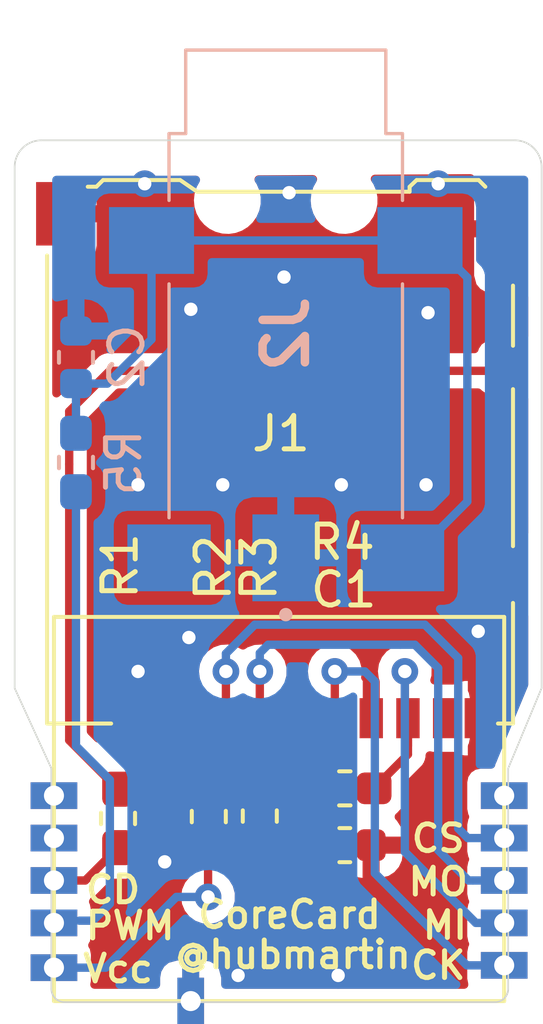
<source format=kicad_pcb>
(kicad_pcb (version 20200119) (host pcbnew "5.99.0-unknown-4f36980~88~ubuntu18.04.1")

  (general
    (thickness 1.6)
    (drawings 21)
    (tracks 112)
    (modules 10)
    (nets 17)
  )

  (page "A4")
  (layers
    (0 "F.Cu" signal)
    (31 "B.Cu" signal)
    (32 "B.Adhes" user)
    (33 "F.Adhes" user)
    (34 "B.Paste" user)
    (35 "F.Paste" user)
    (36 "B.SilkS" user)
    (37 "F.SilkS" user)
    (38 "B.Mask" user)
    (39 "F.Mask" user)
    (40 "Dwgs.User" user)
    (41 "Cmts.User" user)
    (42 "Eco1.User" user)
    (43 "Eco2.User" user)
    (44 "Edge.Cuts" user)
    (45 "Margin" user)
    (46 "B.CrtYd" user)
    (47 "F.CrtYd" user)
    (48 "B.Fab" user)
    (49 "F.Fab" user hide)
  )

  (setup
    (last_trace_width 0.25)
    (trace_clearance 0.2)
    (zone_clearance 0.4)
    (zone_45_only no)
    (trace_min 0.2)
    (via_size 0.8)
    (via_drill 0.4)
    (via_min_size 0.4)
    (via_min_drill 0.3)
    (uvia_size 0.3)
    (uvia_drill 0.1)
    (uvias_allowed no)
    (uvia_min_size 0.2)
    (uvia_min_drill 0.1)
    (max_error 0.005)
    (defaults
      (edge_clearance 0.01)
      (edge_cuts_line_width 0.05)
      (courtyard_line_width 0.05)
      (copper_line_width 0.2)
      (copper_text_dims (size 1.5 1.5) (thickness 0.3))
      (silk_line_width 0.12)
      (silk_text_dims (size 1 1) (thickness 0.15))
      (other_layers_line_width 0.1)
      (other_layers_text_dims (size 1 1) (thickness 0.15))
      (dimension_units 0)
      (dimension_precision 1)
    )
    (pad_size 1.524 1.524)
    (pad_drill 0.762)
    (pad_to_mask_clearance 0.05)
    (aux_axis_origin 0 0)
    (visible_elements FFFFFF7F)
    (pcbplotparams
      (layerselection 0x010fc_ffffffff)
      (usegerberextensions false)
      (usegerberattributes true)
      (usegerberadvancedattributes true)
      (creategerberjobfile true)
      (svguseinch false)
      (svgprecision 6)
      (excludeedgelayer true)
      (linewidth 0.100000)
      (plotframeref false)
      (viasonmask false)
      (mode 1)
      (useauxorigin false)
      (hpglpennumber 1)
      (hpglpenspeed 20)
      (hpglpendiameter 15.000000)
      (psnegative false)
      (psa4output false)
      (plotreference true)
      (plotvalue true)
      (plotinvisibletext false)
      (padsonsilk false)
      (subtractmaskfromsilk false)
      (outputformat 1)
      (mirror false)
      (drillshape 1)
      (scaleselection 1)
      (outputdirectory "")
    )
  )

  (net 0 "")
  (net 1 "Net-(J1-Pad10)")
  (net 2 "Net-(J1-Pad1)")
  (net 3 "Net-(J1-Pad8)")
  (net 4 "Net-(U1-Pad11)")
  (net 5 "Net-(U1-Pad1)")
  (net 6 "Net-(U1-Pad2)")
  (net 7 "/MISO")
  (net 8 "GND")
  (net 9 "/CLK")
  (net 10 "VCC")
  (net 11 "/MOSI")
  (net 12 "/CS")
  (net 13 "Net-(J2-Pad2)")
  (net 14 "Net-(C2-Pad2)")
  (net 15 "Net-(R1-Pad1)")
  (net 16 "/PWM")

  (net_class "Default" "This is the default net class."
    (clearance 0.2)
    (trace_width 0.25)
    (via_dia 0.8)
    (via_drill 0.4)
    (uvia_dia 0.3)
    (uvia_drill 0.1)
    (add_net "/CLK")
    (add_net "/CS")
    (add_net "/MISO")
    (add_net "/MOSI")
    (add_net "/PWM")
    (add_net "GND")
    (add_net "Net-(C2-Pad2)")
    (add_net "Net-(J1-Pad1)")
    (add_net "Net-(J1-Pad10)")
    (add_net "Net-(J1-Pad8)")
    (add_net "Net-(J2-Pad2)")
    (add_net "Net-(R1-Pad1)")
    (add_net "Net-(U1-Pad1)")
    (add_net "Net-(U1-Pad11)")
    (add_net "Net-(U1-Pad2)")
    (add_net "VCC")
  )

  (module "Resistor_SMD:R_0603_1608Metric_Pad1.05x0.95mm_HandSolder" (layer "B.Cu") (tedit 5B301BBD) (tstamp 0abc4766-0b4f-47a4-839f-2e42f0648dd1)
    (at 161.2392 82.2452 90)
    (descr "Resistor SMD 0603 (1608 Metric), square (rectangular) end terminal, IPC_7351 nominal with elongated pad for handsoldering. (Body size source: http://www.tortai-tech.com/upload/download/2011102023233369053.pdf), generated with kicad-footprint-generator")
    (tags "resistor handsolder")
    (path "/00000000-0000-0000-0000-00005f0736ce")
    (attr smd)
    (fp_text reference "R5" (at 0 1.43 270) (layer "B.SilkS")
      (effects (font (size 1 1) (thickness 0.15)) (justify mirror))
    )
    (fp_text value "1k" (at 0 -1.43 270) (layer "B.Fab")
      (effects (font (size 1 1) (thickness 0.15)) (justify mirror))
    )
    (fp_line (start -0.8 -0.4) (end -0.8 0.4) (layer "B.Fab") (width 0.1))
    (fp_line (start -0.8 0.4) (end 0.8 0.4) (layer "B.Fab") (width 0.1))
    (fp_line (start 0.8 0.4) (end 0.8 -0.4) (layer "B.Fab") (width 0.1))
    (fp_line (start 0.8 -0.4) (end -0.8 -0.4) (layer "B.Fab") (width 0.1))
    (fp_line (start -0.171267 0.51) (end 0.171267 0.51) (layer "B.SilkS") (width 0.12))
    (fp_line (start -0.171267 -0.51) (end 0.171267 -0.51) (layer "B.SilkS") (width 0.12))
    (fp_line (start -1.65 -0.73) (end -1.65 0.73) (layer "B.CrtYd") (width 0.05))
    (fp_line (start -1.65 0.73) (end 1.65 0.73) (layer "B.CrtYd") (width 0.05))
    (fp_line (start 1.65 0.73) (end 1.65 -0.73) (layer "B.CrtYd") (width 0.05))
    (fp_line (start 1.65 -0.73) (end -1.65 -0.73) (layer "B.CrtYd") (width 0.05))
    (fp_text user "${REFERENCE}" (at 0 0 270) (layer "B.Fab")
      (effects (font (size 0.4 0.4) (thickness 0.06)) (justify mirror))
    )
    (pad "2" smd roundrect (at 0.875 0 90) (size 1.05 0.95) (layers "B.Cu" "B.Paste" "B.Mask") (roundrect_rratio 0.25)
      (net 14 "Net-(C2-Pad2)") (tstamp 4f3203db-32d2-4d9b-993a-540821670e89))
    (pad "1" smd roundrect (at -0.875 0 90) (size 1.05 0.95) (layers "B.Cu" "B.Paste" "B.Mask") (roundrect_rratio 0.25)
      (net 16 "/PWM") (tstamp 721e2e66-b4d5-4f52-b587-89dd080b2b88))
    (model "${KISYS3DMOD}/Resistor_SMD.3dshapes/R_0603_1608Metric.wrl"
      (at (xyz 0 0 0))
      (scale (xyz 1 1 1))
      (rotate (xyz 0 0 0))
    )
  )

  (module "Capacitor_SMD:C_0603_1608Metric" (layer "B.Cu") (tedit 5B301BBE) (tstamp a63434a0-21ec-4c9c-aff7-bb9e6ce37e64)
    (at 161.2392 79.0956 -90)
    (descr "Capacitor SMD 0603 (1608 Metric), square (rectangular) end terminal, IPC_7351 nominal, (Body size source: http://www.tortai-tech.com/upload/download/2011102023233369053.pdf), generated with kicad-footprint-generator")
    (tags "capacitor")
    (path "/00000000-0000-0000-0000-00005f070c56")
    (attr smd)
    (fp_text reference "C2" (at 0 -1.524 90) (layer "B.SilkS")
      (effects (font (size 1 1) (thickness 0.15)) (justify mirror))
    )
    (fp_text value "100nF" (at 0 -1.43 90) (layer "B.Fab")
      (effects (font (size 1 1) (thickness 0.15)) (justify mirror))
    )
    (fp_line (start -0.8 -0.4) (end -0.8 0.4) (layer "B.Fab") (width 0.1))
    (fp_line (start -0.8 0.4) (end 0.8 0.4) (layer "B.Fab") (width 0.1))
    (fp_line (start 0.8 0.4) (end 0.8 -0.4) (layer "B.Fab") (width 0.1))
    (fp_line (start 0.8 -0.4) (end -0.8 -0.4) (layer "B.Fab") (width 0.1))
    (fp_line (start -0.162779 0.51) (end 0.162779 0.51) (layer "B.SilkS") (width 0.12))
    (fp_line (start -0.162779 -0.51) (end 0.162779 -0.51) (layer "B.SilkS") (width 0.12))
    (fp_line (start -1.48 -0.73) (end -1.48 0.73) (layer "B.CrtYd") (width 0.05))
    (fp_line (start -1.48 0.73) (end 1.48 0.73) (layer "B.CrtYd") (width 0.05))
    (fp_line (start 1.48 0.73) (end 1.48 -0.73) (layer "B.CrtYd") (width 0.05))
    (fp_line (start 1.48 -0.73) (end -1.48 -0.73) (layer "B.CrtYd") (width 0.05))
    (fp_text user "${REFERENCE}" (at 0 0 90) (layer "B.Fab")
      (effects (font (size 0.4 0.4) (thickness 0.06)) (justify mirror))
    )
    (pad "2" smd roundrect (at 0.7875 0 270) (size 0.875 0.95) (layers "B.Cu" "B.Paste" "B.Mask") (roundrect_rratio 0.25)
      (net 14 "Net-(C2-Pad2)") (tstamp 6c4e706c-b21d-4a85-bc55-8de7c3dec72e))
    (pad "1" smd roundrect (at -0.7875 0 270) (size 0.875 0.95) (layers "B.Cu" "B.Paste" "B.Mask") (roundrect_rratio 0.25)
      (net 8 "GND") (tstamp 1bfa3315-2e99-4ff6-9d27-31e776ca3a40))
    (model "${KISYS3DMOD}/Capacitor_SMD.3dshapes/C_0603_1608Metric.wrl"
      (at (xyz 0 0 0))
      (scale (xyz 1 1 1))
      (rotate (xyz 0 0 0))
    )
  )

  (module "jack3.5:150313VP3" (layer "B.Cu") (tedit 0) (tstamp 0e91044e-8d16-4e51-bf00-d9205dc43775)
    (at 167.52919 78.399006 -90)
    (descr "1503 13 VP3")
    (tags "Connector")
    (path "/00000000-0000-0000-0000-00005f05e25a")
    (fp_text reference "J2" (at 0 0 -90) (layer "B.SilkS")
      (effects (font (size 1.27 1.27) (thickness 0.254)) (justify mirror))
    )
    (fp_text value "1503_13_VP3" (at 0 0 -90) (layer "B.SilkS") hide
      (effects (font (size 1.27 1.27) (thickness 0.254)) (justify mirror))
    )
    (fp_text user "${REFERENCE}" (at 0 0 -90) (layer "B.Fab")
      (effects (font (size 1.27 1.27) (thickness 0.254)) (justify mirror))
    )
    (fp_line (start -6 3.5) (end 6 3.5) (layer "B.Fab") (width 0.2))
    (fp_line (start 6 3.5) (end 6 -3.5) (layer "B.Fab") (width 0.2))
    (fp_line (start 6 -3.5) (end -6 -3.5) (layer "B.Fab") (width 0.2))
    (fp_line (start -6 -3.5) (end -6 3.5) (layer "B.Fab") (width 0.2))
    (fp_line (start -9.5 6.3) (end 9.5 6.3) (layer "B.CrtYd") (width 0.1))
    (fp_line (start 9.5 6.3) (end 9.5 -6.3) (layer "B.CrtYd") (width 0.1))
    (fp_line (start 9.5 -6.3) (end -9.5 -6.3) (layer "B.CrtYd") (width 0.1))
    (fp_line (start -9.5 -6.3) (end -9.5 6.3) (layer "B.CrtYd") (width 0.1))
    (fp_line (start -6 3) (end -8.5 3) (layer "B.Fab") (width 0.2))
    (fp_line (start -8.5 3) (end -8.5 -3) (layer "B.Fab") (width 0.2))
    (fp_line (start -8.5 -3) (end -6 -3) (layer "B.Fab") (width 0.2))
    (fp_line (start -4 3.5) (end -6 3.5) (layer "B.SilkS") (width 0.1))
    (fp_line (start -6 3.5) (end -6 3) (layer "B.SilkS") (width 0.1))
    (fp_line (start -6 3) (end -8.5 3) (layer "B.SilkS") (width 0.1))
    (fp_line (start -8.5 3) (end -8.5 -3) (layer "B.SilkS") (width 0.1))
    (fp_line (start -8.5 -3) (end -6 -3) (layer "B.SilkS") (width 0.1))
    (fp_line (start -6 -3) (end -6 -3.5) (layer "B.SilkS") (width 0.1))
    (fp_line (start -6 -3.5) (end -4 -3.5) (layer "B.SilkS") (width 0.1))
    (fp_line (start -1.5 3.5) (end 5.5 3.5) (layer "B.SilkS") (width 0.1))
    (fp_line (start -1.5 -3.5) (end 5.5 -3.5) (layer "B.SilkS") (width 0.1))
    (fp_line (start 8.4 0.1) (end 8.4 0.1) (layer "B.SilkS") (width 0.2))
    (fp_line (start 8.4 -0.1) (end 8.4 -0.1) (layer "B.SilkS") (width 0.2))
    (fp_arc (start 8.4 0) (end 8.4 0.1) (angle -180) (layer "B.SilkS") (width 0.2))
    (fp_arc (start 8.4 0) (end 8.4 -0.1) (angle -180) (layer "B.SilkS") (width 0.2))
    (pad "7" np_thru_hole circle (at -4 -1.75 270) (size 1.2 0) (drill 1.2) (layers *.Cu *.Mask) (tstamp 0e7963a1-bf85-4dc7-9e27-aa31754dc406))
    (pad "6" np_thru_hole circle (at -4 1.75 270) (size 1.2 0) (drill 1.2) (layers *.Cu *.Mask) (tstamp d531d2b9-ff3e-4613-9977-aef7a330508e))
    (pad "5" smd rect (at -2.8 -4.025 270) (size 2 2.55) (layers "B.Cu" "B.Paste" "B.Mask")
      (net 14 "Net-(C2-Pad2)") (pinfunction "4_2") (tstamp 1c5c4047-712e-421a-8485-5d42a1db4d2a))
    (pad "4" smd rect (at -2.8 4.025 270) (size 2 2.55) (layers "B.Cu" "B.Paste" "B.Mask")
      (net 14 "Net-(C2-Pad2)") (pinfunction "4_1") (tstamp da0225db-4e5c-4d62-ad3e-00f1352de270))
    (pad "3" smd rect (at 6.7 -3.5 270) (size 2 2.5) (layers "B.Cu" "B.Paste" "B.Mask")
      (net 14 "Net-(C2-Pad2)") (pinfunction "3") (tstamp ab5d44e7-5fee-4249-916a-6ab8be37f86a))
    (pad "2" smd rect (at 6.7 3.5 270) (size 2 2.5) (layers "B.Cu" "B.Paste" "B.Mask")
      (net 13 "Net-(J2-Pad2)") (pinfunction "2") (tstamp afb64006-2c16-4313-90fd-21f2c204731f))
    (pad "1" smd rect (at 6.7 0 180) (size 2 2.6) (layers "B.Cu" "B.Paste" "B.Mask")
      (net 8 "GND") (pinfunction "1") (tstamp 58ca44dc-372a-4173-b728-6aabe58ae667))
    (model "1503_13_VP3.stp"
      (at (xyz 0 0 0))
      (scale (xyz 1 1 1))
      (rotate (xyz 0 0 0))
    )
  )

  (module "Resistor_SMD:R_0603_1608Metric_Pad1.05x0.95mm_HandSolder" (layer "F.Cu") (tedit 5B301BBD) (tstamp 9ab12409-b983-4f92-8284-d6d892bdec8d)
    (at 169.3 92 180)
    (descr "Resistor SMD 0603 (1608 Metric), square (rectangular) end terminal, IPC_7351 nominal with elongated pad for handsoldering. (Body size source: http://www.tortai-tech.com/upload/download/2011102023233369053.pdf), generated with kicad-footprint-generator")
    (tags "resistor handsolder")
    (path "/00000000-0000-0000-0000-00005f00d9f7")
    (attr smd)
    (fp_text reference "R4" (at 0.0852 7.3672) (layer "F.SilkS")
      (effects (font (size 1 1) (thickness 0.15)))
    )
    (fp_text value "47k" (at 0 1.43) (layer "F.Fab")
      (effects (font (size 1 1) (thickness 0.15)))
    )
    (fp_text user "${REFERENCE}" (at 0 0) (layer "F.Fab")
      (effects (font (size 0.4 0.4) (thickness 0.06)))
    )
    (fp_line (start 1.65 0.73) (end -1.65 0.73) (layer "F.CrtYd") (width 0.05))
    (fp_line (start 1.65 -0.73) (end 1.65 0.73) (layer "F.CrtYd") (width 0.05))
    (fp_line (start -1.65 -0.73) (end 1.65 -0.73) (layer "F.CrtYd") (width 0.05))
    (fp_line (start -1.65 0.73) (end -1.65 -0.73) (layer "F.CrtYd") (width 0.05))
    (fp_line (start -0.171267 0.51) (end 0.171267 0.51) (layer "F.SilkS") (width 0.12))
    (fp_line (start -0.171267 -0.51) (end 0.171267 -0.51) (layer "F.SilkS") (width 0.12))
    (fp_line (start 0.8 0.4) (end -0.8 0.4) (layer "F.Fab") (width 0.1))
    (fp_line (start 0.8 -0.4) (end 0.8 0.4) (layer "F.Fab") (width 0.1))
    (fp_line (start -0.8 -0.4) (end 0.8 -0.4) (layer "F.Fab") (width 0.1))
    (fp_line (start -0.8 0.4) (end -0.8 -0.4) (layer "F.Fab") (width 0.1))
    (pad "2" smd roundrect (at 0.875 0 180) (size 1.05 0.95) (layers "F.Cu" "F.Paste" "F.Mask") (roundrect_rratio 0.25)
      (net 10 "VCC") (tstamp 28996476-36b3-4773-a0a7-eb6bf65019f2))
    (pad "1" smd roundrect (at -0.875 0 180) (size 1.05 0.95) (layers "F.Cu" "F.Paste" "F.Mask") (roundrect_rratio 0.25)
      (net 7 "/MISO") (tstamp 5b8acbb5-68fe-4fbe-9409-b82ce5fdecf2))
    (model "${KISYS3DMOD}/Resistor_SMD.3dshapes/R_0603_1608Metric.wrl"
      (at (xyz 0 0 0))
      (scale (xyz 1 1 1))
      (rotate (xyz 0 0 0))
    )
  )

  (module "Capacitor_SMD:C_0603_1608Metric" (layer "F.Cu") (tedit 5B301BBE) (tstamp 2b5fb886-0f9a-451c-a673-02411e1e69b8)
    (at 169.3 93.7)
    (descr "Capacitor SMD 0603 (1608 Metric), square (rectangular) end terminal, IPC_7351 nominal, (Body size source: http://www.tortai-tech.com/upload/download/2011102023233369053.pdf), generated with kicad-footprint-generator")
    (tags "capacitor")
    (path "/00000000-0000-0000-0000-00005f01157a")
    (attr smd)
    (fp_text reference "C1" (at -0.0344 -7.6448) (layer "F.SilkS")
      (effects (font (size 1 1) (thickness 0.15)))
    )
    (fp_text value "1uF" (at 0 1.43) (layer "F.Fab")
      (effects (font (size 1 1) (thickness 0.15)))
    )
    (fp_text user "${REFERENCE}" (at 0 0) (layer "F.Fab")
      (effects (font (size 0.4 0.4) (thickness 0.06)))
    )
    (fp_line (start 1.48 0.73) (end -1.48 0.73) (layer "F.CrtYd") (width 0.05))
    (fp_line (start 1.48 -0.73) (end 1.48 0.73) (layer "F.CrtYd") (width 0.05))
    (fp_line (start -1.48 -0.73) (end 1.48 -0.73) (layer "F.CrtYd") (width 0.05))
    (fp_line (start -1.48 0.73) (end -1.48 -0.73) (layer "F.CrtYd") (width 0.05))
    (fp_line (start -0.162779 0.51) (end 0.162779 0.51) (layer "F.SilkS") (width 0.12))
    (fp_line (start -0.162779 -0.51) (end 0.162779 -0.51) (layer "F.SilkS") (width 0.12))
    (fp_line (start 0.8 0.4) (end -0.8 0.4) (layer "F.Fab") (width 0.1))
    (fp_line (start 0.8 -0.4) (end 0.8 0.4) (layer "F.Fab") (width 0.1))
    (fp_line (start -0.8 -0.4) (end 0.8 -0.4) (layer "F.Fab") (width 0.1))
    (fp_line (start -0.8 0.4) (end -0.8 -0.4) (layer "F.Fab") (width 0.1))
    (pad "2" smd roundrect (at 0.7875 0) (size 0.875 0.95) (layers "F.Cu" "F.Paste" "F.Mask") (roundrect_rratio 0.25)
      (net 8 "GND") (tstamp 13dcb6f3-465b-4fec-bbce-7bd8a5cc3a37))
    (pad "1" smd roundrect (at -0.7875 0) (size 0.875 0.95) (layers "F.Cu" "F.Paste" "F.Mask") (roundrect_rratio 0.25)
      (net 10 "VCC") (tstamp 8a2be550-4c05-4751-9925-4ef5cdbc1a69))
    (model "${KISYS3DMOD}/Capacitor_SMD.3dshapes/C_0603_1608Metric.wrl"
      (at (xyz 0 0 0))
      (scale (xyz 1 1 1))
      (rotate (xyz 0 0 0))
    )
  )

  (module "Resistor_SMD:R_0603_1608Metric_Pad1.05x0.95mm_HandSolder" (layer "F.Cu") (tedit 5B301BBD) (tstamp cf9dd2e3-8a91-4882-a583-d8a8061c794b)
    (at 166.751132 92.829348 -90)
    (descr "Resistor SMD 0603 (1608 Metric), square (rectangular) end terminal, IPC_7351 nominal with elongated pad for handsoldering. (Body size source: http://www.tortai-tech.com/upload/download/2011102023233369053.pdf), generated with kicad-footprint-generator")
    (tags "resistor handsolder")
    (path "/00000000-0000-0000-0000-00005f00c506")
    (attr smd)
    (fp_text reference "R3" (at -7.434548 0.025532 90) (layer "F.SilkS")
      (effects (font (size 1 1) (thickness 0.15)))
    )
    (fp_text value "47k" (at 0 1.43 90) (layer "F.Fab")
      (effects (font (size 1 1) (thickness 0.15)))
    )
    (fp_text user "${REFERENCE}" (at 0 0 90) (layer "F.Fab")
      (effects (font (size 0.4 0.4) (thickness 0.06)))
    )
    (fp_line (start 1.65 0.73) (end -1.65 0.73) (layer "F.CrtYd") (width 0.05))
    (fp_line (start 1.65 -0.73) (end 1.65 0.73) (layer "F.CrtYd") (width 0.05))
    (fp_line (start -1.65 -0.73) (end 1.65 -0.73) (layer "F.CrtYd") (width 0.05))
    (fp_line (start -1.65 0.73) (end -1.65 -0.73) (layer "F.CrtYd") (width 0.05))
    (fp_line (start -0.171267 0.51) (end 0.171267 0.51) (layer "F.SilkS") (width 0.12))
    (fp_line (start -0.171267 -0.51) (end 0.171267 -0.51) (layer "F.SilkS") (width 0.12))
    (fp_line (start 0.8 0.4) (end -0.8 0.4) (layer "F.Fab") (width 0.1))
    (fp_line (start 0.8 -0.4) (end 0.8 0.4) (layer "F.Fab") (width 0.1))
    (fp_line (start -0.8 -0.4) (end 0.8 -0.4) (layer "F.Fab") (width 0.1))
    (fp_line (start -0.8 0.4) (end -0.8 -0.4) (layer "F.Fab") (width 0.1))
    (pad "2" smd roundrect (at 0.875 0 270) (size 1.05 0.95) (layers "F.Cu" "F.Paste" "F.Mask") (roundrect_rratio 0.25)
      (net 10 "VCC") (tstamp 28996476-36b3-4773-a0a7-eb6bf65019f2))
    (pad "1" smd roundrect (at -0.875 0 270) (size 1.05 0.95) (layers "F.Cu" "F.Paste" "F.Mask") (roundrect_rratio 0.25)
      (net 11 "/MOSI") (tstamp 5b8acbb5-68fe-4fbe-9409-b82ce5fdecf2))
    (model "${KISYS3DMOD}/Resistor_SMD.3dshapes/R_0603_1608Metric.wrl"
      (at (xyz 0 0 0))
      (scale (xyz 1 1 1))
      (rotate (xyz 0 0 0))
    )
  )

  (module "Resistor_SMD:R_0603_1608Metric_Pad1.05x0.95mm_HandSolder" (layer "F.Cu") (tedit 5B301BBD) (tstamp 580620b0-752f-42d9-870c-95a6ceae6269)
    (at 165.221677 92.844129 -90)
    (descr "Resistor SMD 0603 (1608 Metric), square (rectangular) end terminal, IPC_7351 nominal with elongated pad for handsoldering. (Body size source: http://www.tortai-tech.com/upload/download/2011102023233369053.pdf), generated with kicad-footprint-generator")
    (tags "resistor handsolder")
    (path "/00000000-0000-0000-0000-00005f0079f1")
    (attr smd)
    (fp_text reference "R2" (at -7.449329 -0.132323 90) (layer "F.SilkS")
      (effects (font (size 1 1) (thickness 0.15)))
    )
    (fp_text value "47k" (at 0 1.43 90) (layer "F.Fab")
      (effects (font (size 1 1) (thickness 0.15)))
    )
    (fp_text user "${REFERENCE}" (at 0 0 90) (layer "F.Fab")
      (effects (font (size 0.4 0.4) (thickness 0.06)))
    )
    (fp_line (start 1.65 0.73) (end -1.65 0.73) (layer "F.CrtYd") (width 0.05))
    (fp_line (start 1.65 -0.73) (end 1.65 0.73) (layer "F.CrtYd") (width 0.05))
    (fp_line (start -1.65 -0.73) (end 1.65 -0.73) (layer "F.CrtYd") (width 0.05))
    (fp_line (start -1.65 0.73) (end -1.65 -0.73) (layer "F.CrtYd") (width 0.05))
    (fp_line (start -0.171267 0.51) (end 0.171267 0.51) (layer "F.SilkS") (width 0.12))
    (fp_line (start -0.171267 -0.51) (end 0.171267 -0.51) (layer "F.SilkS") (width 0.12))
    (fp_line (start 0.8 0.4) (end -0.8 0.4) (layer "F.Fab") (width 0.1))
    (fp_line (start 0.8 -0.4) (end 0.8 0.4) (layer "F.Fab") (width 0.1))
    (fp_line (start -0.8 -0.4) (end 0.8 -0.4) (layer "F.Fab") (width 0.1))
    (fp_line (start -0.8 0.4) (end -0.8 -0.4) (layer "F.Fab") (width 0.1))
    (pad "2" smd roundrect (at 0.875 0 270) (size 1.05 0.95) (layers "F.Cu" "F.Paste" "F.Mask") (roundrect_rratio 0.25)
      (net 10 "VCC") (tstamp 28996476-36b3-4773-a0a7-eb6bf65019f2))
    (pad "1" smd roundrect (at -0.875 0 270) (size 1.05 0.95) (layers "F.Cu" "F.Paste" "F.Mask") (roundrect_rratio 0.25)
      (net 12 "/CS") (tstamp 5b8acbb5-68fe-4fbe-9409-b82ce5fdecf2))
    (model "${KISYS3DMOD}/Resistor_SMD.3dshapes/R_0603_1608Metric.wrl"
      (at (xyz 0 0 0))
      (scale (xyz 1 1 1))
      (rotate (xyz 0 0 0))
    )
  )

  (module "Resistor_SMD:R_0603_1608Metric_Pad1.05x0.95mm_HandSolder" (layer "F.Cu") (tedit 5B301BBD) (tstamp 08a20785-8e57-4fc4-a867-9e9c0b7ad97a)
    (at 162.5 92.9 90)
    (descr "Resistor SMD 0603 (1608 Metric), square (rectangular) end terminal, IPC_7351 nominal with elongated pad for handsoldering. (Body size source: http://www.tortai-tech.com/upload/download/2011102023233369053.pdf), generated with kicad-footprint-generator")
    (tags "resistor handsolder")
    (path "/00000000-0000-0000-0000-00005eff9b53")
    (attr smd)
    (fp_text reference "R1" (at 7.556 0.06 270) (layer "F.SilkS")
      (effects (font (size 1 1) (thickness 0.15)))
    )
    (fp_text value "1k" (at 0 1.43 90) (layer "F.Fab")
      (effects (font (size 1 1) (thickness 0.15)))
    )
    (fp_text user "${REFERENCE}" (at 0 0 90) (layer "F.Fab")
      (effects (font (size 0.4 0.4) (thickness 0.06)))
    )
    (fp_line (start 1.65 0.73) (end -1.65 0.73) (layer "F.CrtYd") (width 0.05))
    (fp_line (start 1.65 -0.73) (end 1.65 0.73) (layer "F.CrtYd") (width 0.05))
    (fp_line (start -1.65 -0.73) (end 1.65 -0.73) (layer "F.CrtYd") (width 0.05))
    (fp_line (start -1.65 0.73) (end -1.65 -0.73) (layer "F.CrtYd") (width 0.05))
    (fp_line (start -0.171267 0.51) (end 0.171267 0.51) (layer "F.SilkS") (width 0.12))
    (fp_line (start -0.171267 -0.51) (end 0.171267 -0.51) (layer "F.SilkS") (width 0.12))
    (fp_line (start 0.8 0.4) (end -0.8 0.4) (layer "F.Fab") (width 0.1))
    (fp_line (start 0.8 -0.4) (end 0.8 0.4) (layer "F.Fab") (width 0.1))
    (fp_line (start -0.8 -0.4) (end 0.8 -0.4) (layer "F.Fab") (width 0.1))
    (fp_line (start -0.8 0.4) (end -0.8 -0.4) (layer "F.Fab") (width 0.1))
    (pad "2" smd roundrect (at 0.875 0 90) (size 1.05 0.95) (layers "F.Cu" "F.Paste" "F.Mask") (roundrect_rratio 0.25)
      (net 1 "Net-(J1-Pad10)") (tstamp 28996476-36b3-4773-a0a7-eb6bf65019f2))
    (pad "1" smd roundrect (at -0.875 0 90) (size 1.05 0.95) (layers "F.Cu" "F.Paste" "F.Mask") (roundrect_rratio 0.25)
      (net 15 "Net-(R1-Pad1)") (tstamp 5b8acbb5-68fe-4fbe-9409-b82ce5fdecf2))
    (model "${KISYS3DMOD}/Resistor_SMD.3dshapes/R_0603_1608Metric.wrl"
      (at (xyz 0 0 0))
      (scale (xyz 1 1 1))
      (rotate (xyz 0 0 0))
    )
  )

  (module "hubmartin:spirit1_alt" locked (layer "F.Cu") (tedit 5EF63332) (tstamp ae07e9be-de53-4cd2-880e-4c78cd8923f7)
    (at 160.5788 86.868)
    (path "/00000000-0000-0000-0000-00005eff13ee")
    (fp_text reference "U1" (at 1.27 12.7 unlocked) (layer "F.SilkS") hide
      (effects (font (size 1 1) (thickness 0.15)))
    )
    (fp_text value "spirit1_alt" (at 8.89 12.7 unlocked) (layer "F.SilkS") hide
      (effects (font (size 1 1) (thickness 0.15)))
    )
    (fp_line (start 13.5 0) (end 13.5 11.5) (layer "F.SilkS") (width 0.12))
    (fp_line (start 0 0) (end 0 11.5) (layer "F.SilkS") (width 0.12))
    (fp_line (start 0 11.5) (end 13.5 11.5) (layer "F.SilkS") (width 0.12))
    (fp_line (start 0 0) (end 13.5 0) (layer "F.SilkS") (width 0.12))
    (pad "6" thru_hole rect (at 4.1 11.5) (size 0.8 1.4) (drill 0.6) (layers *.Cu *.Mask)
      (net 8 "GND") (pinfunction "GND") (tstamp 73bc2f6b-72a3-4d27-8766-241566d55110))
    (pad "11" thru_hole rect (at 13.5 5.35) (size 1.4 0.8) (drill 0.6) (layers *.Cu *.Mask)
      (net 4 "Net-(U1-Pad11)") (pinfunction "SDN") (tstamp 73bc2f6b-72a3-4d27-8766-241566d55110))
    (pad "10" thru_hole rect (at 13.5 6.62) (size 1.4 0.8) (drill 0.6) (layers *.Cu *.Mask)
      (net 12 "/CS") (pinfunction "CS") (tstamp 73bc2f6b-72a3-4d27-8766-241566d55110))
    (pad "9" thru_hole rect (at 13.5 7.89) (size 1.4 0.8) (drill 0.6) (layers *.Cu *.Mask)
      (net 11 "/MOSI") (pinfunction "MOSI") (tstamp 73bc2f6b-72a3-4d27-8766-241566d55110))
    (pad "8" thru_hole rect (at 13.5 9.16) (size 1.4 0.8) (drill 0.6) (layers *.Cu *.Mask)
      (net 7 "/MISO") (pinfunction "MISO") (tstamp 73bc2f6b-72a3-4d27-8766-241566d55110))
    (pad "7" thru_hole rect (at 13.5 10.43) (size 1.4 0.8) (drill 0.6) (layers *.Cu *.Mask)
      (net 9 "/CLK") (pinfunction "CLK") (tstamp 73bc2f6b-72a3-4d27-8766-241566d55110))
    (pad "1" thru_hole rect (at 0 5.35) (size 1.4 0.8) (drill 0.6) (layers *.Cu *.Mask)
      (net 5 "Net-(U1-Pad1)") (pinfunction "GPIO3") (tstamp 73bc2f6b-72a3-4d27-8766-241566d55110))
    (pad "2" thru_hole rect (at 0 6.62) (size 1.4 0.8) (drill 0.6) (layers *.Cu *.Mask)
      (net 6 "Net-(U1-Pad2)") (pinfunction "GPIO2") (tstamp 73bc2f6b-72a3-4d27-8766-241566d55110))
    (pad "3" thru_hole rect (at 0 7.89) (size 1.4 0.8) (drill 0.6) (layers *.Cu *.Mask)
      (net 15 "Net-(R1-Pad1)") (pinfunction "GPIO1") (tstamp 73bc2f6b-72a3-4d27-8766-241566d55110))
    (pad "4" thru_hole rect (at 0 9.16) (size 1.4 0.8) (drill 0.6) (layers *.Cu *.Mask)
      (net 16 "/PWM") (pinfunction "GPIO0") (tstamp 73bc2f6b-72a3-4d27-8766-241566d55110))
    (pad "5" thru_hole rect (at 0 10.5) (size 1.4 0.8) (drill 0.6) (layers *.Cu *.Mask)
      (net 10 "VCC") (pinfunction "VIN") (tstamp 73bc2f6b-72a3-4d27-8766-241566d55110))
  )

  (module "Connector_Card:microSD_HC_Hirose_DM3AT-SF-PEJM5" locked (layer "F.Cu") (tedit 5A1DBFB5) (tstamp ceb0d152-6f96-4270-abca-f10560bb1c67)
    (at 167.367831 82.174405 180)
    (descr "Micro SD, SMD, right-angle, push-pull (https://www.hirose.com/product/en/download_file/key_name/DM3AT-SF-PEJM5/category/Drawing%20(2D)/doc_file_id/44099/?file_category_id=6&item_id=06090031000&is_series=)")
    (tags "Micro SD")
    (path "/00000000-0000-0000-0000-00005eff0212")
    (attr smd)
    (fp_text reference "J1" (at -0.018169 0.792805) (layer "F.SilkS")
      (effects (font (size 1 1) (thickness 0.15)))
    )
    (fp_text value "Micro_SD_Card_Det_Hirose_DM3AT" (at -0.075 9.575) (layer "F.Fab")
      (effects (font (size 1 1) (thickness 0.15)))
    )
    (fp_arc (start -5.425 13.225) (end -5.425 13.725) (angle 90) (layer "F.Fab") (width 0.1))
    (fp_arc (start 4.575 13.225) (end 5.075 13.225) (angle 90) (layer "F.Fab") (width 0.1))
    (fp_arc (start -5.425 9.225) (end -5.425 9.725) (angle 90) (layer "F.Fab") (width 0.1))
    (fp_arc (start 4.575 9.225) (end 5.075 9.225) (angle 90) (layer "F.Fab") (width 0.1))
    (fp_line (start 3.275 -1.525) (end 2.7 -1.125) (layer "Dwgs.User") (width 0.1))
    (fp_line (start 3.275 -2.025) (end 2 -1.125) (layer "Dwgs.User") (width 0.1))
    (fp_line (start 3.275 -2.525) (end 1.3 -1.125) (layer "Dwgs.User") (width 0.1))
    (fp_line (start 2.825 -2.725) (end 0.6 -1.125) (layer "Dwgs.User") (width 0.1))
    (fp_line (start 2.125 -2.725) (end -0.1 -1.125) (layer "Dwgs.User") (width 0.1))
    (fp_line (start 1.425 -2.725) (end -0.8 -1.125) (layer "Dwgs.User") (width 0.1))
    (fp_line (start 0.725 -2.725) (end -1.5 -1.125) (layer "Dwgs.User") (width 0.1))
    (fp_line (start 0.025 -2.725) (end -2.2 -1.125) (layer "Dwgs.User") (width 0.1))
    (fp_line (start -0.675 -2.725) (end -2.9 -1.125) (layer "Dwgs.User") (width 0.1))
    (fp_line (start -1.375 -2.725) (end -3.6 -1.125) (layer "Dwgs.User") (width 0.1))
    (fp_line (start -2.075 -2.725) (end -4.3 -1.125) (layer "Dwgs.User") (width 0.1))
    (fp_line (start -5.925 8.325) (end -5.925 13.225) (layer "F.Fab") (width 0.1))
    (fp_line (start 5.075 13.225) (end 5.075 8.325) (layer "F.Fab") (width 0.1))
    (fp_line (start -5.425 13.725) (end 4.575 13.725) (layer "F.Fab") (width 0.1))
    (fp_line (start -5.425 9.725) (end 4.575 9.725) (layer "F.Fab") (width 0.1))
    (fp_line (start 2.51 7.975) (end -3.915 7.975) (layer "F.Fab") (width 0.1))
    (fp_line (start 6.925 -7.825) (end -6.925 -7.825) (layer "F.Fab") (width 0.1))
    (fp_line (start 6.925 8.125) (end 6.925 -7.825) (layer "F.Fab") (width 0.1))
    (fp_line (start -6.925 8.125) (end -6.925 -7.825) (layer "F.Fab") (width 0.1))
    (fp_line (start 5.285 8.325) (end 3.035 8.325) (layer "F.Fab") (width 0.1))
    (fp_line (start 5.285 8.325) (end 5.485 8.125) (layer "F.Fab") (width 0.1))
    (fp_line (start 3.035 8.325) (end 2.51 7.975) (layer "F.Fab") (width 0.1))
    (fp_line (start -5.915 8.325) (end -6.115 8.125) (layer "F.Fab") (width 0.1))
    (fp_line (start -3.915 8.125) (end -4.115 8.325) (layer "F.Fab") (width 0.1))
    (fp_line (start -4.115 8.325) (end -5.915 8.325) (layer "F.Fab") (width 0.1))
    (fp_line (start 5.485 8.125) (end 6.925 8.125) (layer "F.Fab") (width 0.1))
    (fp_line (start -6.115 8.125) (end -6.925 8.125) (layer "F.Fab") (width 0.1))
    (fp_line (start -3.915 8.125) (end -3.915 7.975) (layer "F.Fab") (width 0.1))
    (fp_line (start -5.425 -2.725) (end 3.275 -2.725) (layer "Dwgs.User") (width 0.1))
    (fp_line (start 3.275 -2.725) (end 3.275 -1.125) (layer "Dwgs.User") (width 0.1))
    (fp_line (start 3.275 -1.125) (end -5.425 -1.125) (layer "Dwgs.User") (width 0.1))
    (fp_line (start 2.925 6.975) (end 5.475 6.975) (layer "Dwgs.User") (width 0.1))
    (fp_line (start 5.475 6.975) (end 5.475 8.325) (layer "Dwgs.User") (width 0.1))
    (fp_line (start 5.475 8.325) (end 2.925 8.325) (layer "Dwgs.User") (width 0.1))
    (fp_line (start 2.925 8.325) (end 2.925 6.975) (layer "Dwgs.User") (width 0.1))
    (fp_line (start -6.125 -1.425) (end -5.425 -1.425) (layer "Dwgs.User") (width 0.1))
    (fp_line (start -5.425 -2.725) (end -5.425 6.175) (layer "Dwgs.User") (width 0.1))
    (fp_line (start -5.425 6.175) (end -6.125 6.175) (layer "Dwgs.User") (width 0.1))
    (fp_line (start -6.125 6.175) (end -6.125 -1.425) (layer "Dwgs.User") (width 0.1))
    (fp_line (start -7.225 -7.275) (end -6.475 -7.275) (layer "Dwgs.User") (width 0.1))
    (fp_line (start -6.475 -7.275) (end -6.475 0.775) (layer "Dwgs.User") (width 0.1))
    (fp_line (start -6.475 0.775) (end -7.225 0.775) (layer "Dwgs.User") (width 0.1))
    (fp_line (start -7.225 0.775) (end -7.225 -7.275) (layer "Dwgs.User") (width 0.1))
    (fp_line (start -7.82 -8.82) (end 7.88 -8.82) (layer "F.CrtYd") (width 0.05))
    (fp_line (start 7.88 -8.82) (end 7.88 8.88) (layer "F.CrtYd") (width 0.05))
    (fp_line (start 7.88 8.88) (end -7.82 8.88) (layer "F.CrtYd") (width 0.05))
    (fp_line (start -7.82 8.88) (end -7.82 -8.82) (layer "F.CrtYd") (width 0.05))
    (fp_line (start 5.075 -7.885) (end 6.995 -7.885) (layer "F.SilkS") (width 0.12))
    (fp_line (start 6.995 -7.885) (end 6.995 6.125) (layer "F.SilkS") (width 0.12))
    (fp_line (start -6.525 -7.885) (end -6.975 -7.885) (layer "F.SilkS") (width 0.12))
    (fp_line (start -6.975 -7.885) (end -6.975 -4.275) (layer "F.SilkS") (width 0.12))
    (fp_line (start 5.315 8.385) (end 3.005 8.385) (layer "F.SilkS") (width 0.12))
    (fp_line (start -5.945 8.385) (end -4.085 8.385) (layer "F.SilkS") (width 0.12))
    (fp_line (start -5.945 8.385) (end -6.145 8.185) (layer "F.SilkS") (width 0.12))
    (fp_line (start -6.975 -2.575) (end -6.975 2.125) (layer "F.SilkS") (width 0.12))
    (fp_line (start -6.975 3.425) (end -6.975 5.225) (layer "F.SilkS") (width 0.12))
    (fp_line (start -3.875 8.035) (end 2.495 8.035) (layer "F.SilkS") (width 0.12))
    (fp_line (start -3.875 8.035) (end -3.875 8.185) (layer "F.SilkS") (width 0.12))
    (fp_line (start -4.085 8.385) (end -3.875 8.185) (layer "F.SilkS") (width 0.12))
    (fp_line (start 5.315 8.385) (end 5.515 8.185) (layer "F.SilkS") (width 0.12))
    (fp_line (start 5.515 8.185) (end 5.775 8.185) (layer "F.SilkS") (width 0.12))
    (fp_line (start 3.005 8.385) (end 2.495 8.035) (layer "F.SilkS") (width 0.12))
    (fp_line (start 5.475 6.975) (end 4.675 8.325) (layer "Dwgs.User") (width 0.1))
    (fp_line (start 4.975 6.975) (end 4.175 8.325) (layer "Dwgs.User") (width 0.1))
    (fp_line (start 4.475 6.975) (end 3.675 8.325) (layer "Dwgs.User") (width 0.1))
    (fp_line (start 3.975 6.975) (end 3.175 8.325) (layer "Dwgs.User") (width 0.1))
    (fp_line (start 3.475 6.975) (end 2.925 7.875) (layer "Dwgs.User") (width 0.1))
    (fp_line (start -6.475 -7.275) (end -7.225 -6.775) (layer "Dwgs.User") (width 0.1))
    (fp_line (start -6.475 -6.775) (end -7.225 -6.275) (layer "Dwgs.User") (width 0.1))
    (fp_line (start -6.475 -6.275) (end -7.225 -5.775) (layer "Dwgs.User") (width 0.1))
    (fp_line (start -6.475 -5.775) (end -7.225 -5.275) (layer "Dwgs.User") (width 0.1))
    (fp_line (start -6.475 -5.275) (end -7.225 -4.775) (layer "Dwgs.User") (width 0.1))
    (fp_line (start -6.475 -4.775) (end -7.225 -4.275) (layer "Dwgs.User") (width 0.1))
    (fp_line (start -6.475 -4.275) (end -7.225 -3.775) (layer "Dwgs.User") (width 0.1))
    (fp_line (start -6.475 -3.775) (end -7.225 -3.275) (layer "Dwgs.User") (width 0.1))
    (fp_line (start -6.475 -3.275) (end -7.225 -2.775) (layer "Dwgs.User") (width 0.1))
    (fp_line (start -6.475 -2.775) (end -7.225 -2.275) (layer "Dwgs.User") (width 0.1))
    (fp_line (start -6.475 -2.275) (end -7.225 -1.775) (layer "Dwgs.User") (width 0.1))
    (fp_line (start -6.475 -1.775) (end -7.225 -1.275) (layer "Dwgs.User") (width 0.1))
    (fp_line (start -6.475 -1.275) (end -7.225 -0.775) (layer "Dwgs.User") (width 0.1))
    (fp_line (start -6.475 -0.775) (end -7.225 -0.275) (layer "Dwgs.User") (width 0.1))
    (fp_line (start -6.475 -0.275) (end -7.225 0.225) (layer "Dwgs.User") (width 0.1))
    (fp_line (start -6.475 0.225) (end -7.225 0.725) (layer "Dwgs.User") (width 0.1))
    (fp_line (start -6.125 6.175) (end -5.425 5.675) (layer "Dwgs.User") (width 0.1))
    (fp_line (start -6.125 5.675) (end -5.425 5.175) (layer "Dwgs.User") (width 0.1))
    (fp_line (start -6.125 5.175) (end -5.425 4.675) (layer "Dwgs.User") (width 0.1))
    (fp_line (start -6.125 4.675) (end -5.425 4.175) (layer "Dwgs.User") (width 0.1))
    (fp_line (start -6.125 4.175) (end -5.425 3.675) (layer "Dwgs.User") (width 0.1))
    (fp_line (start -6.125 3.675) (end -5.425 3.175) (layer "Dwgs.User") (width 0.1))
    (fp_line (start -6.125 3.175) (end -5.425 2.675) (layer "Dwgs.User") (width 0.1))
    (fp_line (start -6.125 2.675) (end -5.425 2.175) (layer "Dwgs.User") (width 0.1))
    (fp_line (start -6.125 2.175) (end -5.425 1.675) (layer "Dwgs.User") (width 0.1))
    (fp_line (start -6.125 1.675) (end -5.425 1.175) (layer "Dwgs.User") (width 0.1))
    (fp_line (start -6.125 1.175) (end -5.425 0.675) (layer "Dwgs.User") (width 0.1))
    (fp_line (start -6.125 0.675) (end -5.425 0.175) (layer "Dwgs.User") (width 0.1))
    (fp_line (start -6.125 0.175) (end -5.425 -0.325) (layer "Dwgs.User") (width 0.1))
    (fp_line (start -6.125 -0.325) (end -5.425 -0.825) (layer "Dwgs.User") (width 0.1))
    (fp_line (start -6.125 -1.325) (end -5.975 -1.425) (layer "Dwgs.User") (width 0.1))
    (fp_line (start -6.125 -0.825) (end -5.425 -1.325) (layer "Dwgs.User") (width 0.1))
    (fp_line (start -5.425 -1.325) (end -3.475 -2.725) (layer "Dwgs.User") (width 0.1))
    (fp_line (start -2.775 -2.725) (end -5 -1.125) (layer "Dwgs.User") (width 0.1))
    (fp_line (start -4.875 -2.725) (end -5.425 -2.325) (layer "Dwgs.User") (width 0.1))
    (fp_line (start -4.175 -2.725) (end -5.425 -1.825) (layer "Dwgs.User") (width 0.1))
    (fp_text user "KEEPOUT" (at -5.775 2.375 90) (layer "Cmts.User")
      (effects (font (size 0.6 0.6) (thickness 0.09)))
    )
    (fp_text user "KEEPOUT" (at -6.85 -3.25 90) (layer "Cmts.User")
      (effects (font (size 0.6 0.6) (thickness 0.09)))
    )
    (fp_text user "KEEPOUT" (at 4.2 7.65) (layer "Cmts.User")
      (effects (font (size 0.4 0.4) (thickness 0.06)))
    )
    (fp_text user "${REFERENCE}" (at 3.888327 -4.945743) (layer "F.Fab")
      (effects (font (size 1 1) (thickness 0.1)))
    )
    (fp_text user "KEEPOUT" (at -1.075 -1.925) (layer "Cmts.User")
      (effects (font (size 1 1) (thickness 0.1)))
    )
    (pad "11" smd rect (at 6.675 7.375 180) (size 1.3 1.9) (layers "F.Cu" "F.Paste" "F.Mask")
      (net 8 "GND") (pinfunction "SHIELD") (tstamp 51e5fda0-5a2a-4a55-85d0-bd8730fbc71c))
    (pad "11" smd rect (at -6.825 6.925 180) (size 1 2.8) (layers "F.Cu" "F.Paste" "F.Mask")
      (net 8 "GND") (pinfunction "SHIELD") (tstamp cc34a18f-db7d-4675-a63a-9a0f4a006f78))
    (pad "10" smd rect (at -6.825 2.775 180) (size 1 0.8) (layers "F.Cu" "F.Paste" "F.Mask")
      (net 1 "Net-(J1-Pad10)") (pinfunction "DET_A") (tstamp f74a639a-71c9-4a00-a8eb-6edcd3bdbfed))
    (pad "11" smd rect (at -6.825 -3.425 180) (size 1 1.2) (layers "F.Cu" "F.Paste" "F.Mask")
      (net 8 "GND") (pinfunction "SHIELD") (tstamp bdb54560-aab4-439d-b6fa-a06bc9b615f4))
    (pad "11" smd rect (at 4.325 -7.725 180) (size 1 1.2) (layers "F.Cu" "F.Paste" "F.Mask")
      (net 8 "GND") (pinfunction "SHIELD") (tstamp b711f518-00b5-4730-b912-5ea6becb6202))
    (pad "7" smd rect (at -3.825 -7.725 180) (size 0.7 1.2) (layers "F.Cu" "F.Paste" "F.Mask")
      (net 7 "/MISO") (pinfunction "DAT0") (tstamp 165e16a1-018b-4532-ba6d-2706025395a4))
    (pad "6" smd rect (at -2.725 -7.725 180) (size 0.7 1.2) (layers "F.Cu" "F.Paste" "F.Mask")
      (net 8 "GND") (pinfunction "VSS") (tstamp 05803a72-f1f0-41e2-b84e-32b77639b22e))
    (pad "5" smd rect (at -1.625 -7.725 180) (size 0.7 1.2) (layers "F.Cu" "F.Paste" "F.Mask")
      (net 9 "/CLK") (pinfunction "CLK") (tstamp 9d40d903-ddf6-467e-b410-27414b744b6e))
    (pad "4" smd rect (at -0.525 -7.725 180) (size 0.7 1.2) (layers "F.Cu" "F.Paste" "F.Mask")
      (net 10 "VCC") (pinfunction "VDD") (tstamp 773efa3e-2a0a-46c7-bab4-805ef5ad0479))
    (pad "3" smd rect (at 0.575 -7.725 180) (size 0.7 1.2) (layers "F.Cu" "F.Paste" "F.Mask")
      (net 11 "/MOSI") (pinfunction "CMD") (tstamp 6d775fe4-b25a-44f7-ba87-e0fd72a2f384))
    (pad "2" smd rect (at 1.675 -7.725 180) (size 0.7 1.2) (layers "F.Cu" "F.Paste" "F.Mask")
      (net 12 "/CS") (pinfunction "DAT3/CD") (tstamp ce7daa45-c637-4026-839a-b5e82a41f486))
    (pad "1" smd rect (at 2.775 -7.725 180) (size 0.7 1.2) (layers "F.Cu" "F.Paste" "F.Mask")
      (net 2 "Net-(J1-Pad1)") (pinfunction "DAT2") (tstamp b4f1fc6f-4a56-4724-ad31-8a8c19c62739))
    (pad "8" smd rect (at -4.925 -7.725 180) (size 0.7 1.2) (layers "F.Cu" "F.Paste" "F.Mask")
      (net 3 "Net-(J1-Pad8)") (pinfunction "DAT1") (tstamp 4b94fd22-531b-4e15-9093-2057d0a54233))
    (pad "9" smd rect (at -5.875 -7.725 180) (size 0.7 1.2) (layers "F.Cu" "F.Paste" "F.Mask")
      (net 8 "GND") (pinfunction "DET_B") (tstamp 0fe0463f-3e90-4cdb-a002-45e0c4bd076c))
    (model "${KISYS3DMOD}/Connector_Card.3dshapes/microSD_HC_Hirose_DM3D-SF.wrl"
      (at (xyz 0 0 0))
      (scale (xyz 1.1 1.4 1))
      (rotate (xyz 0 0 0))
    )
  )

  (gr_text "CD" (at 162.3508 95.0332) (layer "F.SilkS") (tstamp 259b69a7-a8c5-43d3-a826-23577ff9012a)
    (effects (font (size 0.8 0.8) (thickness 0.15)))
  )
  (gr_text "PWM\n" (at 162.8648 96.1136) (layer "F.SilkS") (tstamp 259b69a7-a8c5-43d3-a826-23577ff9012a)
    (effects (font (size 0.8 0.8) (thickness 0.15)))
  )
  (gr_text "Vcc" (at 162.5 97.4) (layer "F.SilkS") (tstamp 259b69a7-a8c5-43d3-a826-23577ff9012a)
    (effects (font (size 0.8 0.8) (thickness 0.15)))
  )
  (gr_text "CK" (at 172.1 97.3) (layer "F.SilkS") (tstamp 259b69a7-a8c5-43d3-a826-23577ff9012a)
    (effects (font (size 0.8 0.8) (thickness 0.15)))
  )
  (gr_text "MI" (at 172.3 96.1) (layer "F.SilkS") (tstamp 259b69a7-a8c5-43d3-a826-23577ff9012a)
    (effects (font (size 0.8 0.8) (thickness 0.15)))
  )
  (gr_text "MO" (at 172.1 94.8) (layer "F.SilkS") (tstamp 259b69a7-a8c5-43d3-a826-23577ff9012a)
    (effects (font (size 0.8 0.8) (thickness 0.15)))
  )
  (gr_text "CS" (at 172.1 93.5) (layer "F.SilkS") (tstamp 259b69a7-a8c5-43d3-a826-23577ff9012a)
    (effects (font (size 0.8 0.8) (thickness 0.15)))
  )
  (gr_text "@hubmartin" (at 167.7416 96.9772) (layer "F.SilkS") (tstamp 394a4ac2-2f9f-4ba8-90d4-ab5ce9a33449)
    (effects (font (size 0.8 0.8) (thickness 0.15)))
  )
  (gr_text "CoreCard" (at 167.6416 95.7772) (layer "F.SilkS") (tstamp b1e4ac66-3be5-4702-8093-c03b9e9b1ef4)
    (effects (font (size 0.8 0.8) (thickness 0.15)))
  )
  (gr_line (start 175.2 89) (end 174.2 91.4) (layer "Edge.Cuts") (width 0.05) (tstamp e6c55fd1-df17-43f9-ae76-16bb4447a0a8))
  (gr_line (start 159.4 89) (end 160.5 91.4) (layer "Edge.Cuts") (width 0.05) (tstamp 0aba3724-3951-47e2-8ece-890b361b99b4))
  (gr_arc (start 160.2 73.4) (end 160.2 72.6) (angle -90) (layer "Edge.Cuts") (width 0.05) (tstamp 71462498-7910-4dd8-af3e-ef6533939722))
  (gr_arc (start 174.4 73.4) (end 175.2 73.4) (angle -90) (layer "Edge.Cuts") (width 0.05) (tstamp 05546d22-39d4-4a6c-a762-abb398144ecf))
  (gr_arc (start 173.8 98) (end 173.8 98.4) (angle -90) (layer "Edge.Cuts") (width 0.05) (tstamp 6bdaa392-b71f-41ed-bc7a-3098c67e64ca))
  (gr_arc (start 160.9 98) (end 160.5 98) (angle -90) (layer "Edge.Cuts") (width 0.05) (tstamp 3a184868-73a0-4e59-8eb8-ddaa94a0cf07))
  (gr_line (start 160.5 91.4) (end 160.5 98) (layer "Edge.Cuts") (width 0.05) (tstamp 581bf6c6-cf21-4e15-ade7-311a8369cac6))
  (gr_line (start 159.4 73.4) (end 159.4 89) (layer "Edge.Cuts") (width 0.05) (tstamp 9c30e2aa-dbf6-46c2-97d1-4bf3a5006831))
  (gr_line (start 173.8 98.4) (end 160.9 98.4) (layer "Edge.Cuts") (width 0.05) (tstamp 1c7eb25e-4b4c-458d-99e6-0242e257cc6a))
  (gr_line (start 174.2 91.4) (end 174.2 98) (layer "Edge.Cuts") (width 0.05) (tstamp f096f05b-1d35-443b-a534-b9adfcbe29a8))
  (gr_line (start 175.2 73.4) (end 175.2 89) (layer "Edge.Cuts") (width 0.05) (tstamp 6de308ef-5d9c-49e7-a666-a3199c0a25b8))
  (gr_line (start 160.2 72.6) (end 174.4 72.6) (layer "Edge.Cuts") (width 0.05) (tstamp 1cf79086-723e-4d25-bd06-05188f88ca6e))

  (segment (start 174.036521 95.985721) (end 174.0788 96.028) (width 0.25) (layer "F.Cu") (net 7) (tstamp f67f2afe-e196-4cc0-9fed-a1376d8a38c9))
  (segment (start 166.751132 89.941104) (end 166.792831 89.899405) (width 0.25) (layer "F.Cu") (net 11) (tstamp 30693188-356a-485d-a40d-b21175a04956))
  (segment (start 166.751132 91.954348) (end 166.751132 89.941104) (width 0.25) (layer "F.Cu") (net 11) (tstamp fe69e8b0-ffe2-4b3e-89c6-2222eba8d78f))
  (segment (start 168.8 90.092236) (end 168.992831 89.899405) (width 0.25) (layer "F.Cu") (net 9) (tstamp 1c6f3eab-e14d-4e7c-87f3-13e83c95883c))
  (segment (start 165.236458 93.704348) (end 165.221677 93.719129) (width 0.25) (layer "F.Cu") (net 10) (tstamp 5e480dde-b73b-436a-8c86-c43fcb28484a))
  (segment (start 166.751132 93.704348) (end 165.236458 93.704348) (width 0.25) (layer "F.Cu") (net 10) (tstamp f82ca534-70e7-4506-ab96-a41ce8d072dd))
  (segment (start 169 89.892236) (end 168.992831 89.899405) (width 0.25) (layer "F.Cu") (net 9) (tstamp e2abbd89-8b96-4e3b-80d3-582f2a7e2b16))
  (segment (start 169 88.5) (end 169 89.892236) (width 0.25) (layer "F.Cu") (net 9) (tstamp 96577e29-69ec-45d7-9935-8169ff00bb1a))
  (via (at 169 88.5) (size 0.8) (drill 0.4) (layers "F.Cu" "B.Cu") (net 9) (tstamp 2fb50510-760e-47e9-803f-7f15c718b06c))
  (segment (start 172.7 93.2) (end 172.988 93.488) (width 0.25) (layer "B.Cu") (net 12) (tstamp a987439e-3fc5-4187-935c-10af96588df9))
  (segment (start 166.9 87.1) (end 171.7 87.1) (width 0.25) (layer "B.Cu") (net 12) (tstamp 390b120c-a492-4f6e-86aa-08e4518c42d9))
  (segment (start 172.7 88.1) (end 172.7 93.2) (width 0.25) (layer "B.Cu") (net 12) (tstamp 07e2e730-af5e-4f84-8696-84c76bcfa032))
  (segment (start 171.7 87.1) (end 172.7 88.1) (width 0.25) (layer "B.Cu") (net 12) (tstamp 63ffc41b-8ca8-4e8d-b18a-7af5d46e9a13))
  (segment (start 172.988 93.488) (end 174.0788 93.488) (width 0.25) (layer "B.Cu") (net 12) (tstamp e6b01d57-f58c-44f7-a2dc-eef034926a26))
  (segment (start 170.963589 87.7) (end 167.443 87.7) (width 0.25) (layer "B.Cu") (net 11) (tstamp 49928ba1-41d5-436d-815a-49c619c1fde6))
  (segment (start 171.4 87.7) (end 172.1 88.4) (width 0.25) (layer "B.Cu") (net 11) (tstamp 3ae93a82-ec18-4e75-8c2b-93a35ba621d3))
  (segment (start 170.963589 87.7) (end 171.4 87.7) (width 0.25) (layer "B.Cu") (net 11) (tstamp 56a7c7ce-d524-4fcd-8ab1-4a53b0b864c8))
  (segment (start 165.221677 91.278323) (end 165.692831 90.807169) (width 0.25) (layer "F.Cu") (net 12) (tstamp 623c75fc-5100-4abf-be93-9c753272a66b))
  (segment (start 165.221677 91.969129) (end 165.221677 91.278323) (width 0.25) (layer "F.Cu") (net 12) (tstamp b45dcc82-8806-4d1e-8c07-48621ce79510))
  (segment (start 165.692831 90.807169) (end 165.692831 89.899405) (width 0.25) (layer "F.Cu") (net 12) (tstamp 77dedd0d-6671-4d3c-aa17-4f878fe67c68))
  (segment (start 171.192831 90.732169) (end 171.192831 89.899405) (width 0.25) (layer "F.Cu") (net 7) (tstamp 2df3ec76-3a7e-47ea-a236-3192cfb6989d))
  (segment (start 168.508152 93.704348) (end 168.5125 93.7) (width 0.25) (layer "F.Cu") (net 10) (tstamp db842d2e-a50b-44a5-80b3-e5837e5e6209))
  (segment (start 166.751132 93.704348) (end 168.508152 93.704348) (width 0.25) (layer "F.Cu") (net 10) (tstamp e97bc32b-e3b3-4e3e-8ef9-115f446e8975))
  (segment (start 168.5125 92.0875) (end 168.425 92) (width 0.25) (layer "F.Cu") (net 10) (tstamp f354f911-bc92-4be2-8b3c-2a396a0ecc71))
  (segment (start 168.5125 93.7) (end 168.5125 92.0875) (width 0.25) (layer "F.Cu") (net 10) (tstamp 42db3b42-c9e7-4c39-adb7-ef1638431b1a))
  (segment (start 167.892831 91.467831) (end 167.892831 89.899405) (width 0.25) (layer "F.Cu") (net 10) (tstamp 56cffd8a-4022-43a9-bc7b-43a336c5b154))
  (segment (start 168.425 92) (end 167.892831 91.467831) (width 0.25) (layer "F.Cu") (net 10) (tstamp 6f372849-2016-4bb9-9a99-87fe5608967d))
  (segment (start 171.1 88.5) (end 171.1 89.806574) (width 0.25) (layer "F.Cu") (net 7) (tstamp 95ed7b38-978c-463d-8b7c-e02c7d59ed42))
  (via (at 171.1 88.5) (size 0.8) (drill 0.4) (layers "F.Cu" "B.Cu") (net 7) (tstamp 2bc925f9-8515-4fa3-b510-7f39b25f1448))
  (segment (start 171.1 93.9) (end 171.1 88.5) (width 0.25) (layer "B.Cu") (net 7) (tstamp e7b0035f-9e8f-4822-a513-3a80e6f7edf5))
  (segment (start 172.958 97.298) (end 174.0788 97.298) (width 0.25) (layer "B.Cu") (net 9) (tstamp 3c780663-32f7-48b2-9146-57f37c482463))
  (segment (start 171.1 89.806574) (end 171.192831 89.899405) (width 0.25) (layer "F.Cu") (net 7) (tstamp 3d9ada46-8c56-4c9f-86f2-1d1795797834))
  (segment (start 173.228 96.028) (end 171.1 93.9) (width 0.25) (layer "B.Cu") (net 7) (tstamp d83e9ba7-5ad1-46df-b1ec-3175c126b073))
  (segment (start 174.0788 96.028) (end 173.228 96.028) (width 0.25) (layer "B.Cu") (net 7) (tstamp f76d8acf-5521-485a-b35a-a7f54960fa4c))
  (segment (start 170.2 94.54) (end 170.93 95.27) (width 0.25) (layer "B.Cu") (net 9) (tstamp 20017700-6eb2-48a3-a396-ab1696a68bd5))
  (segment (start 170.2 89.7) (end 170.2 94.54) (width 0.25) (layer "B.Cu") (net 9) (tstamp 069dd48e-f17e-42a4-bc68-226e65176622))
  (segment (start 170.93 95.27) (end 172.958 97.298) (width 0.25) (layer "B.Cu") (net 9) (tstamp b13e9e38-46c7-4e35-82e6-719fb5a99c79))
  (segment (start 172.1 88.4) (end 172.1 93.6) (width 0.25) (layer "B.Cu") (net 11) (tstamp 6e5cfc41-06a0-4fba-ad02-8d2a8613e354))
  (segment (start 173.142 94.758) (end 174.0788 94.758) (width 0.25) (layer "B.Cu") (net 11) (tstamp 7ad7ee05-9784-4947-8195-f6ec9f427c8c))
  (segment (start 163.042831 90.792831) (end 163.75 91.5) (width 0.25) (layer "F.Cu") (net 8) (tstamp e8ef9bca-1130-4c6b-9195-602675f292e1))
  (segment (start 163.042831 89.899405) (end 163.042831 90.792831) (width 0.25) (layer "F.Cu") (net 8) (tstamp 690923a5-ed7f-4e17-b356-3cff5e9dcd52))
  (segment (start 172.849405 85.599405) (end 172.75 85.5) (width 0.25) (layer "F.Cu") (net 8) (tstamp d30219c5-71b8-438c-ac14-531595b25dfd))
  (segment (start 174.192831 85.599405) (end 172.849405 85.599405) (width 0.25) (layer "F.Cu") (net 8) (tstamp 2ac264fb-9226-4a23-ba6e-9e0cd909f60c))
  (segment (start 161.036 90.561) (end 162.5 92.025) (width 0.25) (layer "F.Cu") (net 1) (tstamp 10668b3c-68a6-47ae-9b45-948c255a9447))
  (segment (start 161.036 82.296) (end 161.036 90.561) (width 0.25) (layer "F.Cu") (net 1) (tstamp f60de385-8293-4814-8c99-ae0f3fa1386b))
  (segment (start 161.036 80.714) (end 162.25 79.5) (width 0.25) (layer "F.Cu") (net 1) (tstamp 6fd253c7-1854-4f3b-831a-e64b5b1f1ba3))
  (segment (start 161.036 82.296) (end 161.036 80.714) (width 0.25) (layer "F.Cu") (net 1) (tstamp 6391e15e-5702-4eae-94c8-2326737337ab))
  (segment (start 174.092236 79.5) (end 174.192831 79.399405) (width 0.25) (layer "F.Cu") (net 1) (tstamp 873145aa-989f-4295-b338-9a40dabcdb78))
  (segment (start 172.25 79.5) (end 174.092236 79.5) (width 0.25) (layer "F.Cu") (net 1) (tstamp b11fc202-47a3-4ee4-98b8-a1a72eeb58ca))
  (segment (start 172.1 93.85) (end 172.1 93.6) (width 0.25) (layer "B.Cu") (net 11) (tstamp 9f995d39-97e9-4205-809c-167d0ac9207e))
  (segment (start 173.008 94.758) (end 172.1 93.85) (width 0.25) (layer "B.Cu") (net 11) (tstamp 9c6282e8-1c22-48ac-937e-7b461eaa83b2))
  (segment (start 173.142 94.758) (end 173.008 94.758) (width 0.25) (layer "B.Cu") (net 11) (tstamp cb2a601e-3f72-4039-a2c2-a013a9675dca))
  (segment (start 171.192831 90.982169) (end 171.192831 89.899405) (width 0.25) (layer "F.Cu") (net 7) (tstamp 26c38ecd-671c-4ad2-9230-b84c7d87a705))
  (segment (start 170.175 92) (end 171.192831 90.982169) (width 0.25) (layer "F.Cu") (net 7) (tstamp 0e95f93d-9588-4b5e-bc51-5a0dac5bb07f))
  (via (at 166.1 97.6) (size 0.8) (drill 0.4) (layers "F.Cu" "B.Cu") (net 8) (tstamp 3065d123-adc6-49b1-ae0e-4f2ed38f0c31))
  (via (at 169.1 97.6) (size 0.8) (drill 0.4) (layers "F.Cu" "B.Cu") (net 8) (tstamp 77ca675b-af7c-4251-93c7-3da0c5389713))
  (via (at 163.3 73.9) (size 0.8) (drill 0.4) (layers "F.Cu" "B.Cu") (net 8) (tstamp 3b57026a-4772-441c-8693-05b247f83646))
  (via (at 172.1 73.9) (size 0.8) (drill 0.4) (layers "F.Cu" "B.Cu") (net 8) (tstamp 7f11c6bb-ac44-4bd5-b832-dbf9797dbfd9))
  (via (at 163.9 94.2) (size 0.8) (drill 0.4) (layers "F.Cu" "B.Cu") (net 8) (tstamp 37b87bf1-3a0c-47f8-af9e-7d21e23bc424))
  (via (at 173.3 87.3) (size 0.8) (drill 0.4) (layers "F.Cu" "B.Cu") (net 8) (tstamp 9bad7dbb-8506-46c5-8a81-b6ecde978b47))
  (segment (start 162.25 79.5) (end 172.25 79.5) (width 0.25) (layer "F.Cu") (net 1) (tstamp 20708a57-da68-4ee6-892f-a560b51306c3))
  (via (at 163.1 88.5) (size 0.8) (drill 0.4) (layers "F.Cu" "B.Cu") (net 8) (tstamp 94ceb86e-ac45-4b64-bbda-414659eb1a7c))
  (segment (start 166.751 89.857574) (end 166.792831 89.899405) (width 0.25) (layer "F.Cu") (net 11) (tstamp c0a2d64a-bfda-43d6-b92e-3a489b233e90))
  (segment (start 166.751 88.5) (end 166.751 89.857574) (width 0.25) (layer "F.Cu") (net 11) (tstamp 160b75e1-0eb8-4bb4-99d2-fbed0ae19ec8))
  (via (at 166.751 88.5) (size 0.8) (drill 0.4) (layers "F.Cu" "B.Cu") (net 11) (tstamp 4aef603d-570d-40c3-a44d-bae2699e03cd))
  (segment (start 165.735 89.857236) (end 165.692831 89.899405) (width 0.25) (layer "F.Cu") (net 12) (tstamp a78f4f71-42fd-403e-a573-fd75d5f30733))
  (segment (start 165.735 88.5) (end 165.735 89.857236) (width 0.25) (layer "F.Cu") (net 12) (tstamp 4d365f64-7aa3-4586-a879-4100216868e1))
  (via (at 165.735 88.5) (size 0.8) (drill 0.4) (layers "F.Cu" "B.Cu") (net 12) (tstamp a55b3262-5aba-4ad8-8fe4-0e1847e15941))
  (segment (start 165.735 87.965) (end 165.735 88.5) (width 0.25) (layer "B.Cu") (net 12) (tstamp e979f2ea-fb60-406e-a9f4-f9fd0851935a))
  (segment (start 166.6 87.1) (end 165.735 87.965) (width 0.25) (layer "B.Cu") (net 12) (tstamp 39ace725-f982-4836-babc-12c120276fa4))
  (segment (start 166.9 87.1) (end 166.6 87.1) (width 0.25) (layer "B.Cu") (net 12) (tstamp 8a8366be-db10-43d4-b8f1-57cac9ef5b48))
  (segment (start 166.751 87.949) (end 166.751 88.5) (width 0.25) (layer "B.Cu") (net 11) (tstamp 9e75304d-1231-474b-b52a-581aa3f36805))
  (segment (start 167 87.7) (end 166.751 87.949) (width 0.25) (layer "B.Cu") (net 11) (tstamp b61f1bfa-542a-488f-ae5c-f2a55fe2fa48))
  (segment (start 167.443 87.7) (end 167 87.7) (width 0.25) (layer "B.Cu") (net 11) (tstamp e3b6ab7a-51ba-4295-b4e2-b7bba3bb2fb6))
  (segment (start 170.2 88.8) (end 170.2 89.7) (width 0.25) (layer "B.Cu") (net 9) (tstamp 0ae0d0c8-acfc-475a-a1e8-e1237901feae))
  (segment (start 169.9 88.5) (end 170.2 88.8) (width 0.25) (layer "B.Cu") (net 9) (tstamp dd021cae-446a-4260-8ffd-1b7fdd3f32f6))
  (segment (start 169 88.5) (end 169.9 88.5) (width 0.25) (layer "B.Cu") (net 9) (tstamp a316dcb9-b7d2-488f-9670-90551543fd49))
  (segment (start 162.132 97.368) (end 160.95001 97.368) (width 0.25) (layer "B.Cu") (net 10) (tstamp e77f33dc-3e2d-4132-b08e-111b2e6aa0ec))
  (segment (start 164.25 95.25) (end 162.132 97.368) (width 0.25) (layer "B.Cu") (net 10) (tstamp cba07d0b-05c3-4fed-969e-f93433563ce6))
  (segment (start 165.2 95.25) (end 164.25 95.25) (width 0.25) (layer "B.Cu") (net 10) (tstamp 60ce6822-f205-49b6-95b8-257ed32df9b0))
  (via (at 165.2 95.25) (size 0.8) (drill 0.4) (layers "F.Cu" "B.Cu") (net 10) (tstamp eec9d7ff-5786-4a38-99c5-275fef24984c))
  (segment (start 165.2 93.740806) (end 165.221677 93.719129) (width 0.25) (layer "F.Cu") (net 10) (tstamp 0b612278-838d-4c1d-9bff-3a855ecad7e6))
  (segment (start 165.2 95.25) (end 165.2 93.740806) (width 0.25) (layer "F.Cu") (net 10) (tstamp e404679b-4203-4b8a-9d18-be7188c90784))
  (segment (start 161.517 94.758) (end 160.85001 94.758) (width 0.25) (layer "F.Cu") (net 15) (tstamp 6c41097f-4fe3-46ba-b8b5-52462c6ef895))
  (segment (start 162.5 93.775) (end 161.517 94.758) (width 0.25) (layer "F.Cu") (net 15) (tstamp b9bf625c-57b8-4653-9939-ca811ef987ac))
  (segment (start 161.7472 95.9612) (end 161.3408 95.9612) (width 0.25) (layer "B.Cu") (net 16) (tstamp b14232cf-a193-4600-8bb7-d62c35d6b38e))
  (segment (start 162.2552 95.4532) (end 161.7472 95.9612) (width 0.25) (layer "B.Cu") (net 16) (tstamp 269b3b41-80dd-430d-9ae0-946849be974b))
  (segment (start 161.2392 90.7288) (end 162.2552 91.7448) (width 0.25) (layer "B.Cu") (net 16) (tstamp c6db545b-36f3-4929-b680-c4cd2deaa1f2))
  (segment (start 162.2552 91.7448) (end 162.2552 95.4532) (width 0.25) (layer "B.Cu") (net 16) (tstamp e895fe29-c668-44fc-b667-e75830cd4fdc))
  (segment (start 161.2392 79.8831) (end 161.2392 81.3702) (width 0.25) (layer "B.Cu") (net 14) (tstamp a36a91cd-c93c-4815-9e80-f38856c929fb))
  (segment (start 163.50419 78.55781) (end 163.50419 75.599006) (width 0.25) (layer "B.Cu") (net 14) (tstamp 79fe31ad-a4c2-4249-9c5b-e5ca335a4d64))
  (segment (start 162.1789 79.8831) (end 163.50419 78.55781) (width 0.25) (layer "B.Cu") (net 14) (tstamp 14ab9b94-18a3-4337-855d-b76dd94f69cf))
  (segment (start 161.2392 79.8831) (end 162.1789 79.8831) (width 0.25) (layer "B.Cu") (net 14) (tstamp 5a7abe7b-db2f-49ea-ab50-78b1664ea756))
  (segment (start 163.50419 75.599006) (end 171.55419 75.599006) (width 0.25) (layer "B.Cu") (net 14) (tstamp e7c48c7e-70f7-4802-8deb-bde7a2182dd9))
  (segment (start 172.974 76.708) (end 172.974 77.018816) (width 0.25) (layer "B.Cu") (net 14) (tstamp 4e4c7462-77cb-4cb6-9116-7e4ffcdc3d0a))
  (segment (start 171.865006 75.599006) (end 172.974 76.708) (width 0.25) (layer "B.Cu") (net 14) (tstamp 6025f428-d8a9-481b-a41a-39d0936a3117))
  (segment (start 171.55419 75.599006) (end 171.865006 75.599006) (width 0.25) (layer "B.Cu") (net 14) (tstamp 4b6e230f-97c1-4f99-a2e6-87a038021b25))
  (segment (start 172.974 83.4136) (end 172.974 82.9564) (width 0.25) (layer "B.Cu") (net 14) (tstamp 439e7304-0c69-4b55-b556-ceccda9f74ae))
  (segment (start 171.288594 85.099006) (end 172.974 83.4136) (width 0.25) (layer "B.Cu") (net 14) (tstamp cf5da117-dec9-4cff-b920-bd74300f00db))
  (segment (start 172.974 82.9564) (end 172.974 77.018816) (width 0.25) (layer "B.Cu") (net 14) (tstamp 89d1e5b7-cf42-4eb1-b75c-b7f9ce80fe67))
  (segment (start 171.02919 85.099006) (end 171.288594 85.099006) (width 0.25) (layer "B.Cu") (net 14) (tstamp a8a2b042-63b4-40ee-9531-8b53d041351e))
  (via (at 164.6832 77.6592) (size 0.8) (drill 0.4) (layers "F.Cu" "B.Cu") (net 8) (tstamp 7f11c6bb-ac44-4bd5-b832-dbf9797dbfd9))
  (via (at 167.4772 76.694) (size 0.8) (drill 0.4) (layers "F.Cu" "B.Cu") (net 8) (tstamp 7f11c6bb-ac44-4bd5-b832-dbf9797dbfd9))
  (via (at 171.7952 77.7608) (size 0.8) (drill 0.4) (layers "F.Cu" "B.Cu") (net 8) (tstamp 7f11c6bb-ac44-4bd5-b832-dbf9797dbfd9))
  (segment (start 161.2392 83.1202) (end 161.2392 90.7288) (width 0.25) (layer "B.Cu") (net 16) (tstamp ed60fd36-3978-46c3-ac31-789d882f7453))
  (segment (start 174.192831 75.249405) (end 172.250595 75.249405) (width 0.25) (layer "F.Cu") (net 8) (tstamp 8d7fc3bd-28f5-4c06-b944-f5d308b402fb))
  (via (at 167.6296 74.168) (size 0.8) (drill 0.4) (layers "F.Cu" "B.Cu") (net 8) (tstamp 8a91df04-73b2-4449-9a9f-fdaf2a6c512c))
  (via (at 164.624 87.484) (size 0.8) (drill 0.4) (layers "F.Cu" "B.Cu") (net 8) (tstamp 94ceb86e-ac45-4b64-bbda-414659eb1a7c))
  (via (at 163.1 82.912) (size 0.8) (drill 0.4) (layers "F.Cu" "B.Cu") (net 8) (tstamp 94ceb86e-ac45-4b64-bbda-414659eb1a7c))
  (via (at 165.64 82.912) (size 0.8) (drill 0.4) (layers "F.Cu" "B.Cu") (net 8) (tstamp 94ceb86e-ac45-4b64-bbda-414659eb1a7c))
  (via (at 169.196 82.912) (size 0.8) (drill 0.4) (layers "F.Cu" "B.Cu") (net 8) (tstamp 94ceb86e-ac45-4b64-bbda-414659eb1a7c))
  (via (at 171.736 82.912) (size 0.8) (drill 0.4) (layers "F.Cu" "B.Cu") (net 8) (tstamp 94ceb86e-ac45-4b64-bbda-414659eb1a7c))

  (zone (net 8) (net_name "GND") (layer "F.Cu") (tstamp 830e3a0a-e9fe-4f31-bec6-fff795c84530) (hatch edge 0.508)
    (connect_pads (clearance 0.4))
    (min_thickness 0.254)
    (fill yes (thermal_gap 0.508) (thermal_bridge_width 0.508))
    (polygon
      (pts
        (xy 175.26 98.102) (xy 160.528 98.022) (xy 160.528 73.682) (xy 175.26 73.602)
      )
    )
    (filled_polygon
      (pts
        (xy 173.306576 80.168109) (xy 173.324127 80.18566) (xy 173.477076 80.287856) (xy 173.500006 80.297354) (xy 173.67432 80.332028)
        (xy 173.686641 80.333241) (xy 174.674 80.333241) (xy 174.674 84.357568) (xy 174.39464 84.357568) (xy 174.320831 84.431377)
        (xy 174.32083 85.397597) (xy 174.320831 85.397598) (xy 174.32083 86.767433) (xy 174.394639 86.841242) (xy 174.674001 86.841242)
        (xy 174.674001 88.894798) (xy 174.189958 90.056504) (xy 174.160859 90.027405) (xy 173.44464 90.027404) (xy 173.370831 90.101213)
        (xy 173.37083 91.067433) (xy 173.444639 91.141242) (xy 173.601089 91.141242) (xy 173.617465 91.139086) (xy 173.754141 91.102464)
        (xy 173.722205 91.17911) (xy 173.698066 91.226486) (xy 173.691938 91.245348) (xy 173.68579 91.284164) (xy 173.37261 91.284164)
        (xy 173.360289 91.285377) (xy 173.185975 91.320051) (xy 173.163045 91.329549) (xy 173.010096 91.431745) (xy 172.992545 91.449296)
        (xy 172.890349 91.602245) (xy 172.880851 91.625175) (xy 172.846177 91.799489) (xy 172.844964 91.81181) (xy 172.844964 92.62419)
        (xy 172.846177 92.636511) (xy 172.880851 92.810825) (xy 172.890349 92.833755) (xy 172.903208 92.853) (xy 172.890349 92.872245)
        (xy 172.880851 92.895175) (xy 172.846177 93.069489) (xy 172.844964 93.08181) (xy 172.844964 93.89419) (xy 172.846177 93.906511)
        (xy 172.880851 94.080825) (xy 172.890349 94.103755) (xy 172.903208 94.123) (xy 172.890349 94.142245) (xy 172.880851 94.165175)
        (xy 172.846177 94.339489) (xy 172.844964 94.35181) (xy 172.844964 95.16419) (xy 172.846177 95.176511) (xy 172.880851 95.350825)
        (xy 172.890349 95.373755) (xy 172.903208 95.393) (xy 172.890349 95.412245) (xy 172.880851 95.435175) (xy 172.846177 95.609489)
        (xy 172.844964 95.62181) (xy 172.844964 96.43419) (xy 172.846177 96.446511) (xy 172.880851 96.620825) (xy 172.890349 96.643755)
        (xy 172.903208 96.663) (xy 172.890349 96.682245) (xy 172.880851 96.705175) (xy 172.846177 96.879489) (xy 172.844964 96.89181)
        (xy 172.844964 97.70419) (xy 172.846177 97.716511) (xy 172.877504 97.874) (xy 165.720637 97.874) (xy 165.720637 97.659742)
        (xy 165.718481 97.643366) (xy 165.643663 97.364142) (xy 165.63092 97.339662) (xy 165.49981 97.18341) (xy 165.482921 97.169239)
        (xy 165.30868 97.068641) (xy 165.287963 97.0611) (xy 165.095262 97.027122) (xy 165.084301 97.026163) (xy 164.880609 97.026163)
        (xy 164.8068 97.099972) (xy 164.8068 97.874) (xy 164.5508 97.874) (xy 164.5508 97.099972) (xy 164.476991 97.026163)
        (xy 164.270542 97.026163) (xy 164.254166 97.028319) (xy 163.974942 97.103137) (xy 163.950462 97.11588) (xy 163.79421 97.24699)
        (xy 163.780039 97.263879) (xy 163.679441 97.43812) (xy 163.6719 97.458837) (xy 163.637922 97.651538) (xy 163.636963 97.662499)
        (xy 163.636963 97.874) (xy 161.79402 97.874) (xy 161.811423 97.786511) (xy 161.812636 97.77419) (xy 161.812636 96.96181)
        (xy 161.811423 96.949489) (xy 161.776749 96.775175) (xy 161.767251 96.752245) (xy 161.731006 96.698) (xy 161.767251 96.643755)
        (xy 161.776749 96.620825) (xy 161.811423 96.446511) (xy 161.812636 96.43419) (xy 161.812636 95.62181) (xy 161.811423 95.609489)
        (xy 161.776749 95.435175) (xy 161.767251 95.412245) (xy 161.754392 95.393) (xy 161.767251 95.373755) (xy 161.772259 95.361665)
        (xy 161.807601 95.350182) (xy 161.825272 95.341178) (xy 161.859242 95.316498) (xy 161.896663 95.297431) (xy 161.912708 95.285773)
        (xy 162.367494 94.830986) (xy 162.740434 94.830986) (xy 162.752172 94.829885) (xy 163.004214 94.782197) (xy 163.024143 94.774802)
        (xy 163.208146 94.668568) (xy 163.222911 94.656793) (xy 163.366619 94.501912) (xy 163.377257 94.486309) (xy 163.46893 94.29595)
        (xy 163.474496 94.277904) (xy 163.505281 94.073656) (xy 163.505986 94.064254) (xy 163.505986 93.484566) (xy 163.504885 93.472828)
        (xy 163.457197 93.220786) (xy 163.449802 93.200857) (xy 163.343568 93.016854) (xy 163.331793 93.002089) (xy 163.225769 92.903713)
        (xy 163.366619 92.751912) (xy 163.377257 92.736309) (xy 163.46893 92.54595) (xy 163.474496 92.527904) (xy 163.505281 92.323656)
        (xy 163.505986 92.314254) (xy 163.505986 91.734566) (xy 163.504885 91.722828) (xy 163.457197 91.470786) (xy 163.449802 91.450857)
        (xy 163.343568 91.266854) (xy 163.331793 91.252089) (xy 163.212328 91.141242) (xy 163.551089 91.141242) (xy 163.567465 91.139086)
        (xy 163.84669 91.064268) (xy 163.87117 91.051525) (xy 163.982524 90.958088) (xy 164.027076 90.987856) (xy 164.050006 90.997354)
        (xy 164.22432 91.032028) (xy 164.236641 91.033241) (xy 164.586831 91.033241) (xy 164.51353 91.075561) (xy 164.498766 91.087336)
        (xy 164.355058 91.242217) (xy 164.34442 91.25782) (xy 164.252747 91.448179) (xy 164.247181 91.466225) (xy 164.216396 91.670473)
        (xy 164.215691 91.679875) (xy 164.215691 92.259563) (xy 164.216792 92.271301) (xy 164.26448 92.523343) (xy 164.271875 92.543272)
        (xy 164.378109 92.727275) (xy 164.389884 92.74204) (xy 164.495908 92.840416) (xy 164.355058 92.992217) (xy 164.34442 93.00782)
        (xy 164.252747 93.198179) (xy 164.247181 93.216225) (xy 164.216396 93.420473) (xy 164.215691 93.429875) (xy 164.215691 94.009563)
        (xy 164.216792 94.021301) (xy 164.26448 94.273343) (xy 164.271875 94.293272) (xy 164.378109 94.477275) (xy 164.389884 94.49204)
        (xy 164.521531 94.61419) (xy 164.409418 94.749711) (xy 164.400365 94.764312) (xy 164.304003 94.980744) (xy 164.299211 94.997242)
        (xy 164.264601 95.231614) (xy 164.264421 95.248793) (xy 164.294114 95.483838) (xy 164.298561 95.500433) (xy 164.390369 95.718835)
        (xy 164.399114 95.733622) (xy 164.546272 95.91929) (xy 164.558672 95.931181) (xy 164.75034 96.070435) (xy 164.76548 96.078553)
        (xy 164.987535 96.161136) (xy 165.004301 96.164883) (xy 165.240384 96.184708) (xy 165.257541 96.183809) (xy 165.490258 96.139415)
        (xy 165.50654 96.133935) (xy 165.718747 96.028595) (xy 165.732956 96.018939) (xy 165.909017 95.860412) (xy 165.920106 95.847291)
        (xy 166.047051 95.647258) (xy 166.054203 95.631637) (xy 166.122774 95.404517) (xy 166.125473 95.38688) (xy 166.128137 95.132532)
        (xy 166.125808 95.114842) (xy 166.062008 94.886336) (xy 166.055185 94.870569) (xy 165.932457 94.667921) (xy 165.921646 94.65457)
        (xy 165.897146 94.631563) (xy 165.929824 94.612697) (xy 165.944588 94.600922) (xy 165.994566 94.547059) (xy 166.07422 94.620967)
        (xy 166.089823 94.631605) (xy 166.280182 94.723278) (xy 166.298228 94.728844) (xy 166.502476 94.759629) (xy 166.511878 94.760334)
        (xy 166.991566 94.760334) (xy 167.003304 94.759233) (xy 167.255346 94.711545) (xy 167.275275 94.70415) (xy 167.459278 94.597916)
        (xy 167.474043 94.586141) (xy 167.617751 94.43126) (xy 167.628389 94.415657) (xy 167.65647 94.357348) (xy 167.666383 94.357348)
        (xy 167.681893 94.387788) (xy 167.693551 94.403833) (xy 167.846167 94.556449) (xy 167.862212 94.568107) (xy 168.054522 94.666094)
        (xy 168.073384 94.672222) (xy 168.281656 94.705209) (xy 168.291526 94.705986) (xy 168.733474 94.705986) (xy 168.743344 94.705209)
        (xy 168.951616 94.672222) (xy 168.970478 94.666094) (xy 169.162788 94.568107) (xy 169.178833 94.556449) (xy 169.219525 94.515757)
        (xy 169.226787 94.524138) (xy 169.398346 94.672795) (xy 169.413508 94.682539) (xy 169.619999 94.77684) (xy 169.637292 94.781918)
        (xy 169.872525 94.81574) (xy 169.9595 94.740375) (xy 169.9595 93.901809) (xy 170.2155 93.901809) (xy 170.2155 94.74035)
        (xy 170.309378 94.816002) (xy 170.646809 94.742598) (xy 170.667643 94.733968) (xy 170.860517 94.610016) (xy 170.874138 94.598213)
        (xy 171.022795 94.426654) (xy 171.032539 94.411492) (xy 171.12684 94.205001) (xy 171.131918 94.187708) (xy 171.163582 93.967478)
        (xy 171.164224 93.958501) (xy 171.164224 93.901809) (xy 171.090415 93.828) (xy 170.289309 93.828) (xy 170.2155 93.901809)
        (xy 169.9595 93.901809) (xy 169.9595 93.572) (xy 171.090415 93.572) (xy 171.164224 93.498191) (xy 171.164224 93.439245)
        (xy 171.16278 93.425815) (xy 171.092598 93.103191) (xy 171.083968 93.082357) (xy 170.960016 92.889483) (xy 170.948213 92.875862)
        (xy 170.919822 92.851261) (xy 170.933146 92.843568) (xy 170.947911 92.831793) (xy 171.091619 92.676912) (xy 171.102257 92.661309)
        (xy 171.19393 92.47095) (xy 171.199496 92.452904) (xy 171.230281 92.248656) (xy 171.230986 92.239254) (xy 171.230986 91.867495)
        (xy 171.68706 91.411422) (xy 171.687073 91.411408) (xy 171.720605 91.377876) (xy 171.732262 91.361831) (xy 171.751323 91.324421)
        (xy 171.776009 91.290444) (xy 171.785013 91.272771) (xy 171.797989 91.232833) (xy 171.817053 91.19542) (xy 171.823182 91.176557)
        (xy 171.829753 91.135073) (xy 171.842728 91.095142) (xy 171.84583 91.075554) (xy 171.84583 91.028861) (xy 171.845831 91.028849)
        (xy 171.845831 91.016415) (xy 171.92432 91.032028) (xy 171.936641 91.033241) (xy 172.549462 91.033241) (xy 172.662951 91.098764)
        (xy 172.683668 91.106305) (xy 172.876369 91.140283) (xy 172.88733 91.141242) (xy 173.041022 91.141242) (xy 173.114831 91.067433)
        (xy 173.114831 90.739781) (xy 173.131282 90.71516) (xy 173.14078 90.69223) (xy 173.175454 90.517916) (xy 173.176667 90.505595)
        (xy 173.176667 89.697596) (xy 173.37083 89.697596) (xy 173.444639 89.771405) (xy 174.160859 89.771406) (xy 174.234668 89.697597)
        (xy 174.234668 89.291147) (xy 174.232512 89.274771) (xy 174.157694 88.995547) (xy 174.144951 88.971067) (xy 174.013841 88.814815)
        (xy 173.996952 88.800644) (xy 173.822711 88.700046) (xy 173.801994 88.692505) (xy 173.609293 88.658527) (xy 173.598332 88.657568)
        (xy 173.44464 88.657568) (xy 173.370831 88.731377) (xy 173.37083 89.697596) (xy 173.176667 89.697596) (xy 173.176667 89.293215)
        (xy 173.175454 89.280894) (xy 173.14078 89.10658) (xy 173.131282 89.08365) (xy 173.114832 89.05903) (xy 173.114832 88.731377)
        (xy 173.041023 88.657568) (xy 172.884573 88.657568) (xy 172.868197 88.659724) (xy 172.588973 88.734542) (xy 172.564493 88.747285)
        (xy 172.542703 88.765569) (xy 171.989246 88.765569) (xy 172.022774 88.654517) (xy 172.025473 88.63688) (xy 172.028137 88.382532)
        (xy 172.025808 88.364842) (xy 171.962008 88.136336) (xy 171.955185 88.120569) (xy 171.832457 87.917921) (xy 171.821646 87.90457)
        (xy 171.648942 87.742391) (xy 171.634939 87.732439) (xy 171.424985 87.622678) (xy 171.408821 87.616858) (xy 171.177084 87.567601)
        (xy 171.15995 87.566343) (xy 170.923503 87.581219) (xy 170.906662 87.584615) (xy 170.682927 87.662529) (xy 170.667621 87.670328)
        (xy 170.473079 87.805537) (xy 170.460433 87.817166) (xy 170.309418 87.999711) (xy 170.300365 88.014312) (xy 170.204003 88.230744)
        (xy 170.199211 88.247242) (xy 170.164601 88.481614) (xy 170.164421 88.498793) (xy 170.194114 88.733838) (xy 170.19856 88.750432)
        (xy 170.220831 88.803413) (xy 170.22083 90.027405) (xy 169.964831 90.027404) (xy 169.964832 88.731377) (xy 169.914703 88.681248)
        (xy 169.922774 88.654517) (xy 169.925473 88.63688) (xy 169.928137 88.382532) (xy 169.925808 88.364842) (xy 169.862008 88.136336)
        (xy 169.855185 88.120569) (xy 169.732457 87.917921) (xy 169.721646 87.90457) (xy 169.548942 87.742391) (xy 169.534939 87.732439)
        (xy 169.324985 87.622678) (xy 169.308821 87.616858) (xy 169.077084 87.567601) (xy 169.05995 87.566343) (xy 168.823503 87.581219)
        (xy 168.806662 87.584615) (xy 168.582927 87.662529) (xy 168.567621 87.670328) (xy 168.373079 87.805537) (xy 168.360433 87.817166)
        (xy 168.209418 87.999711) (xy 168.200365 88.014312) (xy 168.104003 88.230744) (xy 168.099211 88.247242) (xy 168.064601 88.481614)
        (xy 168.064421 88.498793) (xy 168.094114 88.733838) (xy 168.098561 88.750432) (xy 168.104924 88.765569) (xy 167.640246 88.765569)
        (xy 167.673774 88.654517) (xy 167.676473 88.63688) (xy 167.679137 88.382532) (xy 167.676808 88.364842) (xy 167.613008 88.136336)
        (xy 167.606185 88.120569) (xy 167.483457 87.917921) (xy 167.472646 87.90457) (xy 167.299942 87.742391) (xy 167.285939 87.732439)
        (xy 167.075985 87.622678) (xy 167.059821 87.616858) (xy 166.828084 87.567601) (xy 166.81095 87.566343) (xy 166.574503 87.581219)
        (xy 166.557662 87.584615) (xy 166.333928 87.662529) (xy 166.318621 87.670328) (xy 166.246719 87.7203) (xy 166.059985 87.622678)
        (xy 166.043821 87.616858) (xy 165.812084 87.567601) (xy 165.79495 87.566343) (xy 165.558503 87.581219) (xy 165.541662 87.584615)
        (xy 165.317927 87.662529) (xy 165.302621 87.670328) (xy 165.108079 87.805537) (xy 165.095433 87.817166) (xy 164.944418 87.999711)
        (xy 164.935365 88.014312) (xy 164.839003 88.230744) (xy 164.834211 88.247242) (xy 164.799601 88.481614) (xy 164.799421 88.498793)
        (xy 164.829114 88.733838) (xy 164.833561 88.750433) (xy 164.839924 88.765569) (xy 164.236641 88.765569) (xy 164.22432 88.766782)
        (xy 164.050006 88.801456) (xy 164.027076 88.810954) (xy 163.984482 88.839414) (xy 163.963841 88.814815) (xy 163.946952 88.800644)
        (xy 163.772711 88.700046) (xy 163.751994 88.692505) (xy 163.559293 88.658527) (xy 163.548332 88.657568) (xy 163.24464 88.657568)
        (xy 163.170831 88.731377) (xy 163.17083 89.697597) (xy 163.170831 89.697598) (xy 163.17083 90.027405) (xy 161.974803 90.027404)
        (xy 161.900994 90.101213) (xy 161.900994 90.502514) (xy 161.689 90.29052) (xy 161.689 89.293904) (xy 161.900994 89.293904)
        (xy 161.900994 89.697596) (xy 161.974803 89.771405) (xy 162.841022 89.771406) (xy 162.914831 89.697597) (xy 162.914832 88.731377)
        (xy 162.841023 88.657568) (xy 162.534573 88.657568) (xy 162.518197 88.659724) (xy 162.238973 88.734542) (xy 162.214493 88.747285)
        (xy 162.058241 88.878395) (xy 162.04407 88.895284) (xy 161.943472 89.069525) (xy 161.935931 89.090242) (xy 161.901953 89.282943)
        (xy 161.900994 89.293904) (xy 161.689 89.293904) (xy 161.689 85.801213) (xy 173.050994 85.801213) (xy 173.050994 86.207663)
        (xy 173.05315 86.224039) (xy 173.127968 86.503264) (xy 173.140711 86.527744) (xy 173.271821 86.683995) (xy 173.28871 86.698166)
        (xy 173.462951 86.798764) (xy 173.483668 86.806305) (xy 173.676369 86.840283) (xy 173.68733 86.841242) (xy 173.991022 86.841242)
        (xy 174.064831 86.767433) (xy 174.064832 85.801214) (xy 173.991023 85.727405) (xy 173.124803 85.727404) (xy 173.050994 85.801213)
        (xy 161.689 85.801213) (xy 161.689 84.993904) (xy 173.050994 84.993904) (xy 173.050994 85.397596) (xy 173.124803 85.471405)
        (xy 173.991022 85.471406) (xy 174.064831 85.397597) (xy 174.064832 84.431377) (xy 173.991023 84.357568) (xy 173.684573 84.357568)
        (xy 173.668197 84.359724) (xy 173.388973 84.434542) (xy 173.364493 84.447285) (xy 173.208241 84.578395) (xy 173.19407 84.595284)
        (xy 173.093472 84.769525) (xy 173.085931 84.790242) (xy 173.051953 84.982943) (xy 173.050994 84.993904) (xy 161.689 84.993904)
        (xy 161.689 80.984481) (xy 162.520482 80.153) (xy 173.296481 80.153)
      )
    )
    (filled_polygon
      (pts
        (xy 173.051953 73.832943) (xy 173.050994 73.843904) (xy 173.050994 75.047596) (xy 173.124803 75.121405) (xy 173.991023 75.121406)
        (xy 173.991024 75.121405) (xy 174.320831 75.121406) (xy 174.32083 77.217433) (xy 174.394639 77.291242) (xy 174.674 77.291242)
        (xy 174.674 78.465569) (xy 173.686641 78.465569) (xy 173.67432 78.466782) (xy 173.500006 78.501456) (xy 173.477076 78.510954)
        (xy 173.324127 78.61315) (xy 173.306576 78.630701) (xy 173.20438 78.78365) (xy 173.194882 78.80658) (xy 173.186842 78.847)
        (xy 162.20332 78.847) (xy 162.203308 78.847001) (xy 162.156615 78.847001) (xy 162.137027 78.850103) (xy 162.097096 78.863078)
        (xy 162.055612 78.869649) (xy 162.036749 78.875778) (xy 161.999336 78.894842) (xy 161.959398 78.907818) (xy 161.941725 78.916822)
        (xy 161.907748 78.941508) (xy 161.870338 78.960569) (xy 161.854293 78.972226) (xy 161.820761 79.005758) (xy 161.820747 79.005771)
        (xy 160.654 80.172519) (xy 160.654 76.317433) (xy 160.82083 76.317433) (xy 160.894639 76.391242) (xy 161.351089 76.391242)
        (xy 161.367465 76.389086) (xy 161.64669 76.314268) (xy 161.67117 76.301525) (xy 161.827421 76.170415) (xy 161.841592 76.153526)
        (xy 161.94219 75.979285) (xy 161.949731 75.958568) (xy 161.983709 75.765867) (xy 161.984668 75.754906) (xy 161.984668 75.001214)
        (xy 161.910859 74.927405) (xy 160.89464 74.927404) (xy 160.820831 75.001213) (xy 160.82083 76.317433) (xy 160.654 76.317433)
        (xy 160.654 74.671405) (xy 161.910859 74.671406) (xy 161.984668 74.597597) (xy 161.984668 73.841147) (xy 161.982512 73.824771)
        (xy 161.975912 73.800139) (xy 164.832623 73.784626) (xy 164.743601 73.943911) (xy 164.738531 73.955627) (xy 164.673243 74.16144)
        (xy 164.670632 74.173936) (xy 164.648062 74.388674) (xy 164.648017 74.40144) (xy 164.669088 74.616331) (xy 164.671611 74.628845)
        (xy 164.73546 74.835109) (xy 164.740448 74.84686) (xy 164.844469 75.036072) (xy 164.851718 75.04658) (xy 164.99166 75.211012)
        (xy 165.000874 75.219848) (xy 165.171022 75.352782) (xy 165.181825 75.359585) (xy 165.375227 75.455591) (xy 165.387177 75.460082)
        (xy 165.595934 75.515238) (xy 165.608543 75.517235) (xy 165.824127 75.529288) (xy 165.836879 75.528709) (xy 166.050483 75.497167)
        (xy 166.062858 75.494035) (xy 166.265758 75.420186) (xy 166.277252 75.41463) (xy 166.461157 75.30149) (xy 166.471298 75.293736)
        (xy 166.628698 75.145929) (xy 166.637073 75.136294) (xy 166.761537 74.959856) (xy 166.767803 74.948734) (xy 166.854247 74.750873)
        (xy 166.85815 74.738718) (xy 166.903065 74.527407) (xy 166.904445 74.514495) (xy 166.905223 74.291376) (xy 166.903933 74.278454)
        (xy 166.860494 74.066835) (xy 166.856677 74.054653) (xy 166.771617 73.856193) (xy 166.765428 73.845027) (xy 166.716338 73.774397)
        (xy 166.886252 73.773474) (xy 168.343277 73.765562) (xy 168.243601 73.943911) (xy 168.238531 73.955627) (xy 168.173243 74.16144)
        (xy 168.170632 74.173936) (xy 168.148062 74.388674) (xy 168.148017 74.40144) (xy 168.169088 74.616331) (xy 168.171611 74.628845)
        (xy 168.23546 74.835109) (xy 168.240448 74.84686) (xy 168.344469 75.036072) (xy 168.351718 75.04658) (xy 168.49166 75.211012)
        (xy 168.500874 75.219848) (xy 168.671022 75.352782) (xy 168.681825 75.359585) (xy 168.875227 75.455591) (xy 168.887177 75.460082)
        (xy 169.095934 75.515238) (xy 169.108543 75.517235) (xy 169.324127 75.529288) (xy 169.336879 75.528709) (xy 169.550483 75.497167)
        (xy 169.562858 75.494035) (xy 169.680511 75.451213) (xy 173.050994 75.451213) (xy 173.050994 76.657663) (xy 173.05315 76.674039)
        (xy 173.127968 76.953264) (xy 173.140711 76.977744) (xy 173.271821 77.133995) (xy 173.28871 77.148166) (xy 173.462951 77.248764)
        (xy 173.483668 77.256305) (xy 173.676369 77.290283) (xy 173.68733 77.291242) (xy 173.991022 77.291242) (xy 174.064831 77.217433)
        (xy 174.064832 75.451214) (xy 173.991023 75.377405) (xy 173.124803 75.377404) (xy 173.050994 75.451213) (xy 169.680511 75.451213)
        (xy 169.765758 75.420186) (xy 169.777252 75.41463) (xy 169.961157 75.30149) (xy 169.971298 75.293736) (xy 170.128698 75.145929)
        (xy 170.137073 75.136294) (xy 170.261537 74.959856) (xy 170.267803 74.948734) (xy 170.354247 74.750873) (xy 170.35815 74.738718)
        (xy 170.403065 74.527407) (xy 170.404445 74.514495) (xy 170.405223 74.291376) (xy 170.403933 74.278454) (xy 170.360494 74.066835)
        (xy 170.356677 74.054653) (xy 170.271617 73.856193) (xy 170.265428 73.845027) (xy 170.203178 73.755462) (xy 173.068358 73.739903)
      )
    )
  )
  (zone (net 8) (net_name "GND") (layer "B.Cu") (tstamp 99f01db7-9bd9-4b64-bf53-18ae446a1918) (hatch edge 0.508)
    (connect_pads (clearance 0.4))
    (min_thickness 0.254)
    (fill yes (thermal_gap 0.508) (thermal_bridge_width 0.508))
    (polygon
      (pts
        (xy 175.2092 98.044) (xy 160.528 98.1278) (xy 160.528 73.66) (xy 175.26 73.66)
      )
    )
    (filled_polygon
      (pts
        (xy 169.745354 76.605196) (xy 169.746567 76.617517) (xy 169.781241 76.791831) (xy 169.790739 76.814761) (xy 169.892935 76.96771)
        (xy 169.910486 76.985261) (xy 170.063435 77.087457) (xy 170.086365 77.096955) (xy 170.260679 77.131629) (xy 170.273 77.132842)
        (xy 172.321001 77.132842) (xy 172.321 82.914925) (xy 172.321 83.143119) (xy 171.898949 83.56517) (xy 169.773 83.56517)
        (xy 169.760679 83.566383) (xy 169.586365 83.601057) (xy 169.563435 83.610555) (xy 169.410486 83.712751) (xy 169.392935 83.730302)
        (xy 169.290739 83.883251) (xy 169.281241 83.906181) (xy 169.246567 84.080495) (xy 169.245354 84.092816) (xy 169.245354 86.105196)
        (xy 169.246567 86.117517) (xy 169.281241 86.291831) (xy 169.290739 86.314761) (xy 169.379097 86.447) (xy 169.164508 86.447)
        (xy 169.170068 86.415468) (xy 169.171027 86.404507) (xy 169.171027 85.300815) (xy 169.097218 85.227006) (xy 167.730998 85.227005)
        (xy 167.730997 85.227006) (xy 165.961162 85.227005) (xy 165.887353 85.300814) (xy 165.887353 86.407264) (xy 165.889509 86.42364)
        (xy 165.964327 86.702865) (xy 165.97707 86.727345) (xy 166.009968 86.766552) (xy 165.207227 87.569292) (xy 165.195569 87.585337)
        (xy 165.176502 87.622758) (xy 165.151822 87.656728) (xy 165.142818 87.674398) (xy 165.129841 87.714336) (xy 165.110777 87.751752)
        (xy 165.104649 87.770613) (xy 165.098078 87.812097) (xy 165.096856 87.815858) (xy 165.095433 87.817166) (xy 164.944418 87.999711)
        (xy 164.935365 88.014312) (xy 164.839003 88.230744) (xy 164.834211 88.247242) (xy 164.799601 88.481614) (xy 164.799421 88.498793)
        (xy 164.829114 88.733838) (xy 164.833561 88.750433) (xy 164.925369 88.968835) (xy 164.934114 88.983622) (xy 165.081272 89.16929)
        (xy 165.093672 89.181181) (xy 165.28534 89.320435) (xy 165.30048 89.328553) (xy 165.522535 89.411136) (xy 165.539301 89.414883)
        (xy 165.775384 89.434708) (xy 165.792541 89.433809) (xy 166.025258 89.389415) (xy 166.04154 89.383935) (xy 166.247809 89.281543)
        (xy 166.30134 89.320435) (xy 166.31648 89.328553) (xy 166.538535 89.411136) (xy 166.555301 89.414883) (xy 166.791384 89.434708)
        (xy 166.808541 89.433809) (xy 167.041258 89.389415) (xy 167.05754 89.383935) (xy 167.269747 89.278595) (xy 167.283956 89.268939)
        (xy 167.460017 89.110412) (xy 167.471106 89.097291) (xy 167.598051 88.897258) (xy 167.605203 88.881637) (xy 167.673774 88.654517)
        (xy 167.676473 88.63688) (xy 167.679137 88.382532) (xy 167.676808 88.364842) (xy 167.673502 88.353) (xy 168.083594 88.353)
        (xy 168.064601 88.481614) (xy 168.064421 88.498793) (xy 168.094114 88.733838) (xy 168.098561 88.750433) (xy 168.190369 88.968835)
        (xy 168.199114 88.983622) (xy 168.346272 89.16929) (xy 168.358672 89.181181) (xy 168.55034 89.320435) (xy 168.56548 89.328553)
        (xy 168.787535 89.411136) (xy 168.804301 89.414883) (xy 169.040384 89.434708) (xy 169.057541 89.433809) (xy 169.290258 89.389415)
        (xy 169.30654 89.383935) (xy 169.518747 89.278595) (xy 169.532956 89.268939) (xy 169.547 89.256294) (xy 169.547 89.658526)
        (xy 169.547001 94.456532) (xy 169.547001 94.633384) (xy 169.550104 94.652973) (xy 169.56308 94.69291) (xy 169.56965 94.734387)
        (xy 169.575778 94.753248) (xy 169.59484 94.790661) (xy 169.607818 94.830602) (xy 169.616822 94.848272) (xy 169.641505 94.882246)
        (xy 169.66057 94.919663) (xy 169.672228 94.935708) (xy 169.705758 94.969238) (xy 169.705771 94.969252) (xy 170.438933 95.702413)
        (xy 172.528747 97.792229) (xy 172.528761 97.792242) (xy 172.562293 97.825774) (xy 172.578338 97.837431) (xy 172.615748 97.856492)
        (xy 172.639845 97.874) (xy 165.720637 97.874) (xy 165.720637 97.659742) (xy 165.718481 97.643366) (xy 165.643663 97.364142)
        (xy 165.63092 97.339662) (xy 165.49981 97.18341) (xy 165.482921 97.169239) (xy 165.30868 97.068641) (xy 165.287963 97.0611)
        (xy 165.095262 97.027122) (xy 165.084301 97.026163) (xy 164.880609 97.026163) (xy 164.8068 97.099972) (xy 164.8068 97.874)
        (xy 164.5508 97.874) (xy 164.5508 97.099972) (xy 164.476991 97.026163) (xy 164.270542 97.026163) (xy 164.254166 97.028319)
        (xy 163.974942 97.103137) (xy 163.950462 97.11588) (xy 163.79421 97.24699) (xy 163.780039 97.263879) (xy 163.679441 97.43812)
        (xy 163.6719 97.458837) (xy 163.637922 97.651538) (xy 163.636963 97.662499) (xy 163.636963 97.874) (xy 162.549481 97.874)
        (xy 162.652761 97.770719) (xy 164.520481 95.903) (xy 164.533361 95.903) (xy 164.546272 95.91929) (xy 164.558672 95.931181)
        (xy 164.75034 96.070435) (xy 164.76548 96.078553) (xy 164.987535 96.161136) (xy 165.004301 96.164883) (xy 165.240384 96.184708)
        (xy 165.257541 96.183809) (xy 165.490258 96.139415) (xy 165.50654 96.133935) (xy 165.718747 96.028595) (xy 165.732956 96.018939)
        (xy 165.909017 95.860412) (xy 165.920106 95.847291) (xy 166.047051 95.647258) (xy 166.054203 95.631637) (xy 166.122774 95.404517)
        (xy 166.125473 95.38688) (xy 166.128137 95.132532) (xy 166.125808 95.114842) (xy 166.062008 94.886336) (xy 166.055185 94.870569)
        (xy 165.932457 94.667921) (xy 165.921646 94.65457) (xy 165.748942 94.492391) (xy 165.734939 94.482439) (xy 165.524985 94.372678)
        (xy 165.508821 94.366858) (xy 165.277084 94.317601) (xy 165.25995 94.316343) (xy 165.023503 94.331219) (xy 165.006662 94.334615)
        (xy 164.782927 94.412529) (xy 164.767621 94.420328) (xy 164.573079 94.555537) (xy 164.560433 94.567166) (xy 164.535752 94.597)
        (xy 164.20332 94.597) (xy 164.203308 94.597001) (xy 164.156615 94.597001) (xy 164.137027 94.600103) (xy 164.097096 94.613078)
        (xy 164.055612 94.619649) (xy 164.036749 94.625778) (xy 163.999336 94.644842) (xy 163.959398 94.657818) (xy 163.941725 94.666822)
        (xy 163.907748 94.691508) (xy 163.870338 94.710569) (xy 163.854293 94.722226) (xy 163.820761 94.755758) (xy 163.820747 94.755771)
        (xy 162.854438 95.722081) (xy 162.860355 95.70387) (xy 162.879422 95.66645) (xy 162.885551 95.647588) (xy 162.892122 95.606105)
        (xy 162.905096 95.566174) (xy 162.908199 95.546585) (xy 162.908199 95.499892) (xy 162.9082 95.49988) (xy 162.9082 91.69812)
        (xy 162.908199 91.698108) (xy 162.908199 91.651415) (xy 162.905097 91.631827) (xy 162.892122 91.591896) (xy 162.885551 91.550412)
        (xy 162.879423 91.531551) (xy 162.860358 91.494134) (xy 162.847381 91.454197) (xy 162.838378 91.436526) (xy 162.813694 91.402553)
        (xy 162.794631 91.365138) (xy 162.782974 91.349093) (xy 162.749442 91.315561) (xy 162.749429 91.315547) (xy 161.8922 90.458319)
        (xy 161.8922 84.092816) (xy 162.245354 84.092816) (xy 162.245354 86.105196) (xy 162.246567 86.117517) (xy 162.281241 86.291831)
        (xy 162.290739 86.314761) (xy 162.392935 86.46771) (xy 162.410486 86.485261) (xy 162.563435 86.587457) (xy 162.586365 86.596955)
        (xy 162.760679 86.631629) (xy 162.773 86.632842) (xy 165.28538 86.632842) (xy 165.297701 86.631629) (xy 165.472015 86.596955)
        (xy 165.494945 86.587457) (xy 165.647894 86.485261) (xy 165.665445 86.46771) (xy 165.767641 86.314761) (xy 165.777139 86.291831)
        (xy 165.811813 86.117517) (xy 165.813026 86.105196) (xy 165.813026 84.092816) (xy 165.811813 84.080495) (xy 165.777139 83.906181)
        (xy 165.767641 83.883251) (xy 165.707676 83.793505) (xy 165.887353 83.793505) (xy 165.887353 84.897197) (xy 165.961162 84.971006)
        (xy 167.327381 84.971007) (xy 167.40119 84.897198) (xy 167.40119 84.897197) (xy 167.657189 84.897197) (xy 167.730998 84.971006)
        (xy 169.097218 84.971007) (xy 169.171027 84.897198) (xy 169.171027 83.790748) (xy 169.168871 83.774372) (xy 169.094053 83.495148)
        (xy 169.08131 83.470668) (xy 168.9502 83.314416) (xy 168.933311 83.300245) (xy 168.75907 83.199647) (xy 168.738353 83.192106)
        (xy 168.545652 83.158128) (xy 168.534691 83.157169) (xy 167.730999 83.157169) (xy 167.65719 83.230978) (xy 167.657189 84.897197)
        (xy 167.40119 84.897197) (xy 167.401191 83.230978) (xy 167.327382 83.157169) (xy 166.520932 83.157169) (xy 166.504556 83.159325)
        (xy 166.225332 83.234143) (xy 166.200852 83.246886) (xy 166.0446 83.377996) (xy 166.030429 83.394885) (xy 165.929831 83.569126)
        (xy 165.92229 83.589843) (xy 165.888312 83.782544) (xy 165.887353 83.793505) (xy 165.707676 83.793505) (xy 165.665445 83.730302)
        (xy 165.647894 83.712751) (xy 165.494945 83.610555) (xy 165.472015 83.601057) (xy 165.297701 83.566383) (xy 165.28538 83.56517)
        (xy 162.773 83.56517) (xy 162.760679 83.566383) (xy 162.586365 83.601057) (xy 162.563435 83.610555) (xy 162.410486 83.712751)
        (xy 162.392935 83.730302) (xy 162.290739 83.883251) (xy 162.281241 83.906181) (xy 162.246567 84.080495) (xy 162.245354 84.092816)
        (xy 161.8922 84.092816) (xy 161.8922 84.045606) (xy 161.947346 84.013768) (xy 161.962111 84.001993) (xy 162.105819 83.847112)
        (xy 162.116457 83.831509) (xy 162.20813 83.64115) (xy 162.213696 83.623104) (xy 162.244481 83.418856) (xy 162.245186 83.409454)
        (xy 162.245186 82.829766) (xy 162.244085 82.818028) (xy 162.196397 82.565986) (xy 162.189002 82.546057) (xy 162.082768 82.362054)
        (xy 162.070993 82.347289) (xy 161.964969 82.248913) (xy 162.105819 82.097112) (xy 162.116457 82.081509) (xy 162.20813 81.89115)
        (xy 162.213696 81.873104) (xy 162.244481 81.668856) (xy 162.245186 81.659454) (xy 162.245186 81.079766) (xy 162.244085 81.068028)
        (xy 162.196397 80.815986) (xy 162.189002 80.796057) (xy 162.082768 80.612054) (xy 162.070993 80.597289) (xy 162.058959 80.586123)
        (xy 162.095649 80.549433) (xy 162.105337 80.5361) (xy 162.22558 80.5361) (xy 162.225592 80.536099) (xy 162.272284 80.536099)
        (xy 162.291873 80.532996) (xy 162.331804 80.520022) (xy 162.373287 80.513451) (xy 162.392149 80.507323) (xy 162.42957 80.488256)
        (xy 162.469501 80.475282) (xy 162.487172 80.466278) (xy 162.521142 80.441598) (xy 162.558563 80.422531) (xy 162.574608 80.410873)
        (xy 162.699661 80.285819) (xy 163.998419 78.987063) (xy 163.998432 78.987049) (xy 164.031964 78.953517) (xy 164.043621 78.937472)
        (xy 164.062682 78.900062) (xy 164.087368 78.866085) (xy 164.096372 78.848412) (xy 164.109348 78.808474) (xy 164.128412 78.771061)
        (xy 164.134541 78.752198) (xy 164.141112 78.710714) (xy 164.154087 78.670783) (xy 164.157189 78.651195) (xy 164.157189 78.604502)
        (xy 164.15719 78.60449) (xy 164.15719 77.132842) (xy 164.78538 77.132842) (xy 164.797701 77.131629) (xy 164.972015 77.096955)
        (xy 164.994945 77.087457) (xy 165.147894 76.985261) (xy 165.165445 76.96771) (xy 165.267641 76.814761) (xy 165.277139 76.791831)
        (xy 165.311813 76.617517) (xy 165.313026 76.605196) (xy 165.313026 76.252006) (xy 169.745354 76.252006)
      )
    )
    (filled_polygon
      (pts
        (xy 174.674001 88.894798) (xy 173.722205 91.17911) (xy 173.698066 91.226486) (xy 173.691938 91.245348) (xy 173.68579 91.284164)
        (xy 173.37261 91.284164) (xy 173.36029 91.285377) (xy 173.353 91.286827) (xy 173.353 88.05332) (xy 173.352999 88.053308)
        (xy 173.352999 88.006616) (xy 173.349897 87.987028) (xy 173.336922 87.947096) (xy 173.330351 87.905613) (xy 173.324223 87.886751)
        (xy 173.305159 87.849335) (xy 173.292182 87.809397) (xy 173.283178 87.791727) (xy 173.258497 87.757757) (xy 173.239431 87.720337)
        (xy 173.227773 87.704292) (xy 172.156323 86.632842) (xy 172.28538 86.632842) (xy 172.297701 86.631629) (xy 172.472015 86.596955)
        (xy 172.494945 86.587457) (xy 172.647894 86.485261) (xy 172.665445 86.46771) (xy 172.767641 86.314761) (xy 172.777139 86.291831)
        (xy 172.811813 86.117517) (xy 172.813026 86.105196) (xy 172.813026 84.498055) (xy 173.468229 83.842853) (xy 173.468242 83.842839)
        (xy 173.501774 83.809307) (xy 173.513431 83.793262) (xy 173.532492 83.755852) (xy 173.557178 83.721875) (xy 173.566182 83.704202)
        (xy 173.579158 83.664264) (xy 173.598222 83.626851) (xy 173.604351 83.607988) (xy 173.610922 83.566504) (xy 173.623897 83.526573)
        (xy 173.626999 83.506985) (xy 173.626999 83.460292) (xy 173.627 83.46028) (xy 173.627 76.66132) (xy 173.626999 76.661308)
        (xy 173.626999 76.614615) (xy 173.623897 76.595027) (xy 173.610922 76.555096) (xy 173.604351 76.513612) (xy 173.598222 76.494749)
        (xy 173.579158 76.457336) (xy 173.566182 76.417398) (xy 173.557178 76.399725) (xy 173.532492 76.365748) (xy 173.513431 76.328338)
        (xy 173.501774 76.312293) (xy 173.468242 76.278761) (xy 173.468229 76.278747) (xy 173.363026 76.173545) (xy 173.363026 74.592816)
        (xy 173.361813 74.580495) (xy 173.327139 74.406181) (xy 173.317641 74.383251) (xy 173.215445 74.230302) (xy 173.197894 74.212751)
        (xy 173.044945 74.110555) (xy 173.022015 74.101057) (xy 172.847701 74.066383) (xy 172.83538 74.06517) (xy 170.359972 74.06517)
        (xy 170.356677 74.054653) (xy 170.271617 73.856193) (xy 170.265428 73.845027) (xy 170.224403 73.786) (xy 174.674 73.786)
      )
    )
    (filled_polygon
      (pts
        (xy 164.743601 73.943911) (xy 164.738531 73.955627) (xy 164.703782 74.06517) (xy 162.223 74.06517) (xy 162.210679 74.066383)
        (xy 162.036365 74.101057) (xy 162.013435 74.110555) (xy 161.860486 74.212751) (xy 161.842935 74.230302) (xy 161.740739 74.383251)
        (xy 161.731241 74.406181) (xy 161.696567 74.580495) (xy 161.695354 74.592816) (xy 161.695354 76.605196) (xy 161.696567 76.617517)
        (xy 161.731241 76.791831) (xy 161.740739 76.814761) (xy 161.842935 76.96771) (xy 161.860486 76.985261) (xy 162.013435 77.087457)
        (xy 162.036365 77.096955) (xy 162.210679 77.131629) (xy 162.223 77.132842) (xy 162.851191 77.132842) (xy 162.85119 78.287328)
        (xy 162.276637 78.861881) (xy 162.31604 78.775601) (xy 162.321118 78.758308) (xy 162.35494 78.523075) (xy 162.279575 78.4361)
        (xy 161.441008 78.436099) (xy 161.441007 78.4361) (xy 161.1112 78.436099) (xy 161.1112 78.106291) (xy 161.367199 78.106291)
        (xy 161.441008 78.1801) (xy 162.27955 78.180101) (xy 162.355202 78.086223) (xy 162.281798 77.748791) (xy 162.273168 77.727957)
        (xy 162.149216 77.535083) (xy 162.137413 77.521462) (xy 161.965854 77.372805) (xy 161.950692 77.363061) (xy 161.744201 77.26876)
        (xy 161.726908 77.263682) (xy 161.506678 77.232018) (xy 161.497701 77.231376) (xy 161.441009 77.231376) (xy 161.3672 77.305185)
        (xy 161.367199 78.106291) (xy 161.1112 78.106291) (xy 161.111201 77.305185) (xy 161.037392 77.231376) (xy 160.978445 77.231376)
        (xy 160.965015 77.23282) (xy 160.654 77.300477) (xy 160.654 73.786) (xy 164.831855 73.786)
      )
    )
    (filled_polygon
      (pts
        (xy 168.243601 73.943911) (xy 168.238531 73.955627) (xy 168.173243 74.16144) (xy 168.170632 74.173936) (xy 168.148062 74.388674)
        (xy 168.148017 74.40144) (xy 168.169088 74.616331) (xy 168.171611 74.628845) (xy 168.23546 74.835109) (xy 168.240448 74.84686)
        (xy 168.294954 74.946006) (xy 166.768995 74.946006) (xy 166.854247 74.750873) (xy 166.85815 74.738718) (xy 166.903065 74.527407)
        (xy 166.904445 74.514495) (xy 166.905223 74.291376) (xy 166.903933 74.278454) (xy 166.860494 74.066835) (xy 166.856677 74.054653)
        (xy 166.771617 73.856193) (xy 166.765428 73.845027) (xy 166.724403 73.786) (xy 168.331855 73.786)
      )
    )
  )
)

</source>
